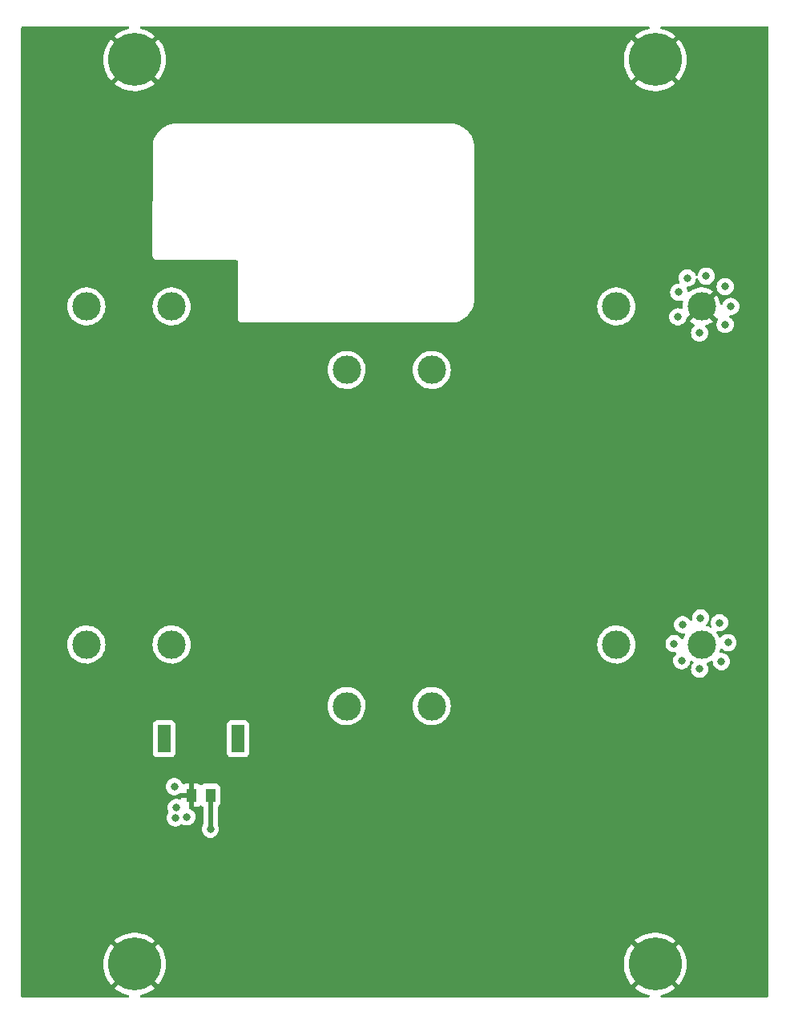
<source format=gbl>
G04 #@! TF.GenerationSoftware,KiCad,Pcbnew,(6.0.5-0)*
G04 #@! TF.CreationDate,2023-03-07T01:16:04-05:00*
G04 #@! TF.ProjectId,solar-cell-pcbs-usb,736f6c61-722d-4636-956c-6c2d70636273,3*
G04 #@! TF.SameCoordinates,Original*
G04 #@! TF.FileFunction,Copper,L2,Bot*
G04 #@! TF.FilePolarity,Positive*
%FSLAX46Y46*%
G04 Gerber Fmt 4.6, Leading zero omitted, Abs format (unit mm)*
G04 Created by KiCad (PCBNEW (6.0.5-0)) date 2023-03-07 01:16:04*
%MOMM*%
%LPD*%
G01*
G04 APERTURE LIST*
G04 #@! TA.AperFunction,ComponentPad*
%ADD10C,5.600000*%
G04 #@! TD*
G04 #@! TA.AperFunction,ComponentPad*
%ADD11C,3.000000*%
G04 #@! TD*
G04 #@! TA.AperFunction,SMDPad,CuDef*
%ADD12R,1.100000X1.450000*%
G04 #@! TD*
G04 #@! TA.AperFunction,SMDPad,CuDef*
%ADD13R,1.350000X2.899999*%
G04 #@! TD*
G04 #@! TA.AperFunction,ViaPad*
%ADD14C,0.800000*%
G04 #@! TD*
G04 #@! TA.AperFunction,Conductor*
%ADD15C,0.500000*%
G04 #@! TD*
G04 APERTURE END LIST*
D10*
X84600000Y-42750000D03*
D11*
X79500000Y-104500000D03*
X88500000Y-104500000D03*
X135500000Y-104500000D03*
X144500000Y-104500000D03*
D10*
X139600000Y-138250000D03*
D11*
X107000000Y-75500000D03*
X116000000Y-75500000D03*
X107000000Y-111000000D03*
X116000000Y-111000000D03*
D10*
X84600000Y-138250000D03*
D11*
X79500000Y-68800000D03*
X88500000Y-68800000D03*
D10*
X139600000Y-42750000D03*
D11*
X135500000Y-68800000D03*
X144500000Y-68800000D03*
D12*
X90605000Y-120420000D03*
X92605001Y-120420000D03*
D13*
X87710002Y-114445001D03*
X95499997Y-114445001D03*
D14*
X147000000Y-66700000D03*
X144300000Y-71600000D03*
X147000000Y-70700000D03*
X141600000Y-104400000D03*
X142400000Y-106200000D03*
X88800000Y-119500000D03*
X142000000Y-69900000D03*
X142500000Y-102400000D03*
X147600000Y-68800000D03*
X145000000Y-65600000D03*
X143000000Y-65800000D03*
X144300000Y-107100000D03*
X147300000Y-104300000D03*
X146600000Y-106300000D03*
X89000000Y-121700000D03*
X90100000Y-122700000D03*
X88900000Y-122800000D03*
X144400000Y-101700000D03*
X146400000Y-102200000D03*
X142100000Y-67300000D03*
X92600000Y-124000000D03*
D15*
X92605001Y-123994999D02*
X92605001Y-120420000D01*
G04 #@! TA.AperFunction,Conductor*
G36*
X83983879Y-39278502D02*
G01*
X84030372Y-39332158D01*
X84040476Y-39402432D01*
X84010982Y-39467012D01*
X83951256Y-39505396D01*
X83942600Y-39507608D01*
X83723586Y-39555361D01*
X83717011Y-39557172D01*
X83383683Y-39668702D01*
X83377361Y-39671205D01*
X83058034Y-39818079D01*
X83051991Y-39821265D01*
X82750401Y-40001763D01*
X82744755Y-40005571D01*
X82464408Y-40217596D01*
X82459211Y-40221987D01*
X82457972Y-40223155D01*
X82449950Y-40236862D01*
X82449986Y-40237704D01*
X82455037Y-40245826D01*
X84587190Y-42377980D01*
X84601131Y-42385592D01*
X84602966Y-42385461D01*
X84609580Y-42381210D01*
X86742798Y-40247991D01*
X86750412Y-40234047D01*
X86750344Y-40233089D01*
X86745836Y-40226272D01*
X86744418Y-40225065D01*
X86464813Y-40012064D01*
X86459187Y-40008240D01*
X86158214Y-39826681D01*
X86152202Y-39823484D01*
X85833370Y-39675487D01*
X85827070Y-39672967D01*
X85494129Y-39560273D01*
X85487551Y-39558437D01*
X85257846Y-39507513D01*
X85195669Y-39473241D01*
X85161891Y-39410795D01*
X85167237Y-39340000D01*
X85210009Y-39283333D01*
X85276627Y-39258786D01*
X85285117Y-39258500D01*
X138915758Y-39258500D01*
X138983879Y-39278502D01*
X139030372Y-39332158D01*
X139040476Y-39402432D01*
X139010982Y-39467012D01*
X138951256Y-39505396D01*
X138942600Y-39507608D01*
X138723586Y-39555361D01*
X138717011Y-39557172D01*
X138383683Y-39668702D01*
X138377361Y-39671205D01*
X138058034Y-39818079D01*
X138051991Y-39821265D01*
X137750401Y-40001763D01*
X137744755Y-40005571D01*
X137464408Y-40217596D01*
X137459211Y-40221987D01*
X137457972Y-40223155D01*
X137449950Y-40236862D01*
X137449986Y-40237704D01*
X137455037Y-40245826D01*
X139587190Y-42377980D01*
X139601131Y-42385592D01*
X139602966Y-42385461D01*
X139609580Y-42381210D01*
X141742798Y-40247991D01*
X141750412Y-40234047D01*
X141750344Y-40233089D01*
X141745836Y-40226272D01*
X141744418Y-40225065D01*
X141464813Y-40012064D01*
X141459187Y-40008240D01*
X141158214Y-39826681D01*
X141152202Y-39823484D01*
X140833370Y-39675487D01*
X140827070Y-39672967D01*
X140494129Y-39560273D01*
X140487551Y-39558437D01*
X140257846Y-39507513D01*
X140195669Y-39473241D01*
X140161891Y-39410795D01*
X140167237Y-39340000D01*
X140210009Y-39283333D01*
X140276627Y-39258786D01*
X140285117Y-39258500D01*
X151465500Y-39258500D01*
X151533621Y-39278502D01*
X151580114Y-39332158D01*
X151591500Y-39384500D01*
X151591500Y-141615500D01*
X151571498Y-141683621D01*
X151517842Y-141730114D01*
X151465500Y-141741500D01*
X140283537Y-141741500D01*
X140215416Y-141721498D01*
X140168923Y-141667842D01*
X140158819Y-141597568D01*
X140188313Y-141532988D01*
X140248039Y-141494604D01*
X140257125Y-141492299D01*
X140465274Y-141447676D01*
X140471822Y-141445897D01*
X140805549Y-141335527D01*
X140811891Y-141333041D01*
X141131718Y-141187288D01*
X141137777Y-141184121D01*
X141439995Y-141004676D01*
X141445659Y-141000884D01*
X141726732Y-140789849D01*
X141731958Y-140785464D01*
X141741613Y-140776428D01*
X141749682Y-140762750D01*
X141749654Y-140762024D01*
X141744512Y-140753723D01*
X139612810Y-138622020D01*
X139598869Y-138614408D01*
X139597034Y-138614539D01*
X139590420Y-138618790D01*
X137456774Y-140752437D01*
X137449160Y-140766381D01*
X137449237Y-140767470D01*
X137451698Y-140771206D01*
X137725632Y-140981404D01*
X137731262Y-140985259D01*
X138031591Y-141167862D01*
X138037593Y-141171080D01*
X138355897Y-141320184D01*
X138362202Y-141322732D01*
X138694743Y-141436587D01*
X138701309Y-141438444D01*
X138941542Y-141492583D01*
X139003598Y-141527071D01*
X139037158Y-141589636D01*
X139031565Y-141660412D01*
X138988596Y-141716928D01*
X138921892Y-141741242D01*
X138913841Y-141741500D01*
X85283537Y-141741500D01*
X85215416Y-141721498D01*
X85168923Y-141667842D01*
X85158819Y-141597568D01*
X85188313Y-141532988D01*
X85248039Y-141494604D01*
X85257125Y-141492299D01*
X85465274Y-141447676D01*
X85471822Y-141445897D01*
X85805549Y-141335527D01*
X85811891Y-141333041D01*
X86131718Y-141187288D01*
X86137777Y-141184121D01*
X86439995Y-141004676D01*
X86445659Y-141000884D01*
X86726732Y-140789849D01*
X86731958Y-140785464D01*
X86741613Y-140776428D01*
X86749682Y-140762750D01*
X86749654Y-140762024D01*
X86744512Y-140753723D01*
X84612810Y-138622020D01*
X84598869Y-138614408D01*
X84597034Y-138614539D01*
X84590420Y-138618790D01*
X82456774Y-140752437D01*
X82449160Y-140766381D01*
X82449237Y-140767470D01*
X82451698Y-140771206D01*
X82725632Y-140981404D01*
X82731262Y-140985259D01*
X83031591Y-141167862D01*
X83037593Y-141171080D01*
X83355897Y-141320184D01*
X83362202Y-141322732D01*
X83694743Y-141436587D01*
X83701309Y-141438444D01*
X83941542Y-141492583D01*
X84003598Y-141527071D01*
X84037158Y-141589636D01*
X84031565Y-141660412D01*
X83988596Y-141716928D01*
X83921892Y-141741242D01*
X83913841Y-141741500D01*
X72734500Y-141741500D01*
X72666379Y-141721498D01*
X72619886Y-141667842D01*
X72608500Y-141615500D01*
X72608500Y-138241832D01*
X81287333Y-138241832D01*
X81305117Y-138592893D01*
X81305827Y-138599649D01*
X81361420Y-138946723D01*
X81362859Y-138953378D01*
X81455608Y-139292410D01*
X81457757Y-139298871D01*
X81586581Y-139625912D01*
X81589412Y-139632095D01*
X81752803Y-139943310D01*
X81756286Y-139949152D01*
X81952330Y-140240896D01*
X81956433Y-140246340D01*
X82076425Y-140388836D01*
X82089164Y-140397279D01*
X82099608Y-140391181D01*
X84227980Y-138262810D01*
X84234357Y-138251131D01*
X84964408Y-138251131D01*
X84964539Y-138252966D01*
X84968790Y-138259580D01*
X87099009Y-140389798D01*
X87112605Y-140397223D01*
X87122218Y-140390522D01*
X87222518Y-140273912D01*
X87226676Y-140268514D01*
X87425762Y-139978840D01*
X87429310Y-139973029D01*
X87595942Y-139663559D01*
X87598849Y-139657381D01*
X87731090Y-139331713D01*
X87733304Y-139325283D01*
X87829598Y-138987237D01*
X87831105Y-138980607D01*
X87890332Y-138634118D01*
X87891112Y-138627378D01*
X87912668Y-138274925D01*
X87912784Y-138271323D01*
X87912853Y-138251819D01*
X87912761Y-138248194D01*
X87912416Y-138241832D01*
X136287333Y-138241832D01*
X136305117Y-138592893D01*
X136305827Y-138599649D01*
X136361420Y-138946723D01*
X136362859Y-138953378D01*
X136455608Y-139292410D01*
X136457757Y-139298871D01*
X136586581Y-139625912D01*
X136589412Y-139632095D01*
X136752803Y-139943310D01*
X136756286Y-139949152D01*
X136952330Y-140240896D01*
X136956433Y-140246340D01*
X137076425Y-140388836D01*
X137089164Y-140397279D01*
X137099608Y-140391181D01*
X139227980Y-138262810D01*
X139234357Y-138251131D01*
X139964408Y-138251131D01*
X139964539Y-138252966D01*
X139968790Y-138259580D01*
X142099009Y-140389798D01*
X142112605Y-140397223D01*
X142122218Y-140390522D01*
X142222518Y-140273912D01*
X142226676Y-140268514D01*
X142425762Y-139978840D01*
X142429310Y-139973029D01*
X142595942Y-139663559D01*
X142598849Y-139657381D01*
X142731090Y-139331713D01*
X142733304Y-139325283D01*
X142829598Y-138987237D01*
X142831105Y-138980607D01*
X142890332Y-138634118D01*
X142891112Y-138627378D01*
X142912668Y-138274925D01*
X142912784Y-138271323D01*
X142912853Y-138251819D01*
X142912761Y-138248194D01*
X142893666Y-137895615D01*
X142892931Y-137888849D01*
X142836130Y-137541985D01*
X142834663Y-137535313D01*
X142740736Y-137196627D01*
X142738562Y-137190163D01*
X142608598Y-136863578D01*
X142605742Y-136857398D01*
X142441269Y-136546763D01*
X142437769Y-136540937D01*
X142240697Y-136249862D01*
X142236590Y-136244453D01*
X142123565Y-136111179D01*
X142110740Y-136102743D01*
X142100416Y-136108795D01*
X139972020Y-138237190D01*
X139964408Y-138251131D01*
X139234357Y-138251131D01*
X139235592Y-138248869D01*
X139235461Y-138247034D01*
X139231210Y-138240420D01*
X137100992Y-136110203D01*
X137087455Y-136102811D01*
X137077753Y-136109599D01*
X136970430Y-136235257D01*
X136966296Y-136240664D01*
X136768215Y-136531041D01*
X136764697Y-136536851D01*
X136599134Y-136846922D01*
X136596259Y-136853087D01*
X136465155Y-137179218D01*
X136462962Y-137185658D01*
X136367846Y-137524044D01*
X136366363Y-137530679D01*
X136308350Y-137877354D01*
X136307591Y-137884126D01*
X136287357Y-138235037D01*
X136287333Y-138241832D01*
X87912416Y-138241832D01*
X87893666Y-137895615D01*
X87892931Y-137888849D01*
X87836130Y-137541985D01*
X87834663Y-137535313D01*
X87740736Y-137196627D01*
X87738562Y-137190163D01*
X87608598Y-136863578D01*
X87605742Y-136857398D01*
X87441269Y-136546763D01*
X87437769Y-136540937D01*
X87240697Y-136249862D01*
X87236590Y-136244453D01*
X87123565Y-136111179D01*
X87110740Y-136102743D01*
X87100416Y-136108795D01*
X84972020Y-138237190D01*
X84964408Y-138251131D01*
X84234357Y-138251131D01*
X84235592Y-138248869D01*
X84235461Y-138247034D01*
X84231210Y-138240420D01*
X82100992Y-136110203D01*
X82087455Y-136102811D01*
X82077753Y-136109599D01*
X81970430Y-136235257D01*
X81966296Y-136240664D01*
X81768215Y-136531041D01*
X81764697Y-136536851D01*
X81599134Y-136846922D01*
X81596259Y-136853087D01*
X81465155Y-137179218D01*
X81462962Y-137185658D01*
X81367846Y-137524044D01*
X81366363Y-137530679D01*
X81308350Y-137877354D01*
X81307591Y-137884126D01*
X81287357Y-138235037D01*
X81287333Y-138241832D01*
X72608500Y-138241832D01*
X72608500Y-135736862D01*
X82449950Y-135736862D01*
X82449986Y-135737704D01*
X82455037Y-135745826D01*
X84587190Y-137877980D01*
X84601131Y-137885592D01*
X84602966Y-137885461D01*
X84609580Y-137881210D01*
X86742798Y-135747991D01*
X86748875Y-135736862D01*
X137449950Y-135736862D01*
X137449986Y-135737704D01*
X137455037Y-135745826D01*
X139587190Y-137877980D01*
X139601131Y-137885592D01*
X139602966Y-137885461D01*
X139609580Y-137881210D01*
X141742798Y-135747991D01*
X141750412Y-135734047D01*
X141750344Y-135733089D01*
X141745836Y-135726272D01*
X141744418Y-135725065D01*
X141464813Y-135512064D01*
X141459187Y-135508240D01*
X141158214Y-135326681D01*
X141152202Y-135323484D01*
X140833370Y-135175487D01*
X140827070Y-135172967D01*
X140494129Y-135060273D01*
X140487551Y-135058437D01*
X140144417Y-134982367D01*
X140137678Y-134981251D01*
X139788310Y-134942680D01*
X139781529Y-134942301D01*
X139430015Y-134941687D01*
X139423242Y-134942042D01*
X139073720Y-134979395D01*
X139067010Y-134980482D01*
X138723586Y-135055361D01*
X138717011Y-135057172D01*
X138383683Y-135168702D01*
X138377361Y-135171205D01*
X138058034Y-135318079D01*
X138051991Y-135321265D01*
X137750401Y-135501763D01*
X137744755Y-135505571D01*
X137464408Y-135717596D01*
X137459211Y-135721987D01*
X137457972Y-135723155D01*
X137449950Y-135736862D01*
X86748875Y-135736862D01*
X86750412Y-135734047D01*
X86750344Y-135733089D01*
X86745836Y-135726272D01*
X86744418Y-135725065D01*
X86464813Y-135512064D01*
X86459187Y-135508240D01*
X86158214Y-135326681D01*
X86152202Y-135323484D01*
X85833370Y-135175487D01*
X85827070Y-135172967D01*
X85494129Y-135060273D01*
X85487551Y-135058437D01*
X85144417Y-134982367D01*
X85137678Y-134981251D01*
X84788310Y-134942680D01*
X84781529Y-134942301D01*
X84430015Y-134941687D01*
X84423242Y-134942042D01*
X84073720Y-134979395D01*
X84067010Y-134980482D01*
X83723586Y-135055361D01*
X83717011Y-135057172D01*
X83383683Y-135168702D01*
X83377361Y-135171205D01*
X83058034Y-135318079D01*
X83051991Y-135321265D01*
X82750401Y-135501763D01*
X82744755Y-135505571D01*
X82464408Y-135717596D01*
X82459211Y-135721987D01*
X82457972Y-135723155D01*
X82449950Y-135736862D01*
X72608500Y-135736862D01*
X72608500Y-122800000D01*
X87986496Y-122800000D01*
X87987186Y-122806565D01*
X87996608Y-122896206D01*
X88006458Y-122989928D01*
X88065473Y-123171556D01*
X88160960Y-123336944D01*
X88165378Y-123341851D01*
X88165379Y-123341852D01*
X88282261Y-123471663D01*
X88288747Y-123478866D01*
X88443248Y-123591118D01*
X88449276Y-123593802D01*
X88449278Y-123593803D01*
X88541200Y-123634729D01*
X88617712Y-123668794D01*
X88711112Y-123688647D01*
X88798056Y-123707128D01*
X88798061Y-123707128D01*
X88804513Y-123708500D01*
X88995487Y-123708500D01*
X89001939Y-123707128D01*
X89001944Y-123707128D01*
X89088888Y-123688647D01*
X89182288Y-123668794D01*
X89258800Y-123634729D01*
X89350722Y-123593803D01*
X89350724Y-123593802D01*
X89356752Y-123591118D01*
X89494759Y-123490850D01*
X89561625Y-123466992D01*
X89630777Y-123483072D01*
X89632170Y-123483968D01*
X89632189Y-123483936D01*
X89637907Y-123487237D01*
X89643248Y-123491118D01*
X89649276Y-123493802D01*
X89649278Y-123493803D01*
X89741052Y-123534663D01*
X89817712Y-123568794D01*
X89904479Y-123587237D01*
X89998056Y-123607128D01*
X89998061Y-123607128D01*
X90004513Y-123608500D01*
X90195487Y-123608500D01*
X90201939Y-123607128D01*
X90201944Y-123607128D01*
X90295521Y-123587237D01*
X90382288Y-123568794D01*
X90458948Y-123534663D01*
X90550722Y-123493803D01*
X90550724Y-123493802D01*
X90556752Y-123491118D01*
X90567827Y-123483072D01*
X90643216Y-123428298D01*
X90711253Y-123378866D01*
X90839040Y-123236944D01*
X90934527Y-123071556D01*
X90993542Y-122889928D01*
X91013504Y-122700000D01*
X91004052Y-122610072D01*
X90994232Y-122516635D01*
X90994232Y-122516633D01*
X90993542Y-122510072D01*
X90934527Y-122328444D01*
X90839040Y-122163056D01*
X90761804Y-122077276D01*
X90715675Y-122026045D01*
X90715674Y-122026044D01*
X90711253Y-122021134D01*
X90556752Y-121908882D01*
X90550724Y-121906198D01*
X90550722Y-121906197D01*
X90398709Y-121838517D01*
X90344613Y-121792537D01*
X90323964Y-121724610D01*
X90343316Y-121656302D01*
X90349004Y-121648629D01*
X90351000Y-121639452D01*
X90351000Y-121634884D01*
X90859000Y-121634884D01*
X90863475Y-121650123D01*
X90864865Y-121651328D01*
X90872548Y-121652999D01*
X91199669Y-121652999D01*
X91206490Y-121652629D01*
X91257352Y-121647105D01*
X91272604Y-121643479D01*
X91393054Y-121598324D01*
X91408649Y-121589786D01*
X91510726Y-121513284D01*
X91515553Y-121508457D01*
X91577866Y-121474434D01*
X91648682Y-121479502D01*
X91690171Y-121506168D01*
X91691740Y-121508261D01*
X91796066Y-121586449D01*
X91838581Y-121643308D01*
X91846501Y-121687275D01*
X91846501Y-123454339D01*
X91829620Y-123517338D01*
X91765473Y-123628444D01*
X91706458Y-123810072D01*
X91686496Y-124000000D01*
X91706458Y-124189928D01*
X91765473Y-124371556D01*
X91860960Y-124536944D01*
X91988747Y-124678866D01*
X92143248Y-124791118D01*
X92149276Y-124793802D01*
X92149278Y-124793803D01*
X92311681Y-124866109D01*
X92317712Y-124868794D01*
X92411113Y-124888647D01*
X92498056Y-124907128D01*
X92498061Y-124907128D01*
X92504513Y-124908500D01*
X92695487Y-124908500D01*
X92701939Y-124907128D01*
X92701944Y-124907128D01*
X92788887Y-124888647D01*
X92882288Y-124868794D01*
X92888319Y-124866109D01*
X93050722Y-124793803D01*
X93050724Y-124793802D01*
X93056752Y-124791118D01*
X93211253Y-124678866D01*
X93339040Y-124536944D01*
X93434527Y-124371556D01*
X93493542Y-124189928D01*
X93513504Y-124000000D01*
X93493542Y-123810072D01*
X93434527Y-123628444D01*
X93380382Y-123534662D01*
X93363501Y-123471663D01*
X93363501Y-121687275D01*
X93383503Y-121619154D01*
X93413936Y-121586449D01*
X93518262Y-121508261D01*
X93605616Y-121391705D01*
X93656746Y-121255316D01*
X93663501Y-121193134D01*
X93663501Y-119646866D01*
X93656746Y-119584684D01*
X93605616Y-119448295D01*
X93518262Y-119331739D01*
X93401706Y-119244385D01*
X93265317Y-119193255D01*
X93203135Y-119186500D01*
X92006867Y-119186500D01*
X91944685Y-119193255D01*
X91808296Y-119244385D01*
X91691740Y-119331739D01*
X91690609Y-119333249D01*
X91631433Y-119365564D01*
X91560617Y-119360503D01*
X91515549Y-119331540D01*
X91510724Y-119326715D01*
X91408649Y-119250214D01*
X91393054Y-119241676D01*
X91272606Y-119196522D01*
X91257351Y-119192895D01*
X91206486Y-119187369D01*
X91199672Y-119187000D01*
X90877115Y-119187000D01*
X90861876Y-119191475D01*
X90860671Y-119192865D01*
X90859000Y-119200548D01*
X90859000Y-121634884D01*
X90351000Y-121634884D01*
X90351000Y-120692115D01*
X90346525Y-120676876D01*
X90345135Y-120675671D01*
X90337452Y-120674000D01*
X89565116Y-120674000D01*
X89549877Y-120678475D01*
X89548672Y-120679865D01*
X89547001Y-120687548D01*
X89547001Y-120755040D01*
X89526999Y-120823161D01*
X89473343Y-120869654D01*
X89403069Y-120879758D01*
X89369753Y-120870147D01*
X89288323Y-120833892D01*
X89288315Y-120833889D01*
X89282288Y-120831206D01*
X89188887Y-120811353D01*
X89101944Y-120792872D01*
X89101939Y-120792872D01*
X89095487Y-120791500D01*
X88904513Y-120791500D01*
X88898061Y-120792872D01*
X88898056Y-120792872D01*
X88811113Y-120811353D01*
X88717712Y-120831206D01*
X88711682Y-120833891D01*
X88711681Y-120833891D01*
X88549278Y-120906197D01*
X88549276Y-120906198D01*
X88543248Y-120908882D01*
X88388747Y-121021134D01*
X88260960Y-121163056D01*
X88165473Y-121328444D01*
X88106458Y-121510072D01*
X88105768Y-121516633D01*
X88105768Y-121516635D01*
X88092055Y-121647105D01*
X88086496Y-121700000D01*
X88087186Y-121706565D01*
X88101055Y-121838517D01*
X88106458Y-121889928D01*
X88165473Y-122071556D01*
X88185305Y-122105906D01*
X88202042Y-122174901D01*
X88178821Y-122241993D01*
X88169830Y-122253205D01*
X88160960Y-122263056D01*
X88065473Y-122428444D01*
X88006458Y-122610072D01*
X87986496Y-122800000D01*
X72608500Y-122800000D01*
X72608500Y-119500000D01*
X87886496Y-119500000D01*
X87887186Y-119506565D01*
X87895397Y-119584684D01*
X87906458Y-119689928D01*
X87965473Y-119871556D01*
X88060960Y-120036944D01*
X88065378Y-120041851D01*
X88065379Y-120041852D01*
X88171963Y-120160226D01*
X88188747Y-120178866D01*
X88343248Y-120291118D01*
X88349276Y-120293802D01*
X88349278Y-120293803D01*
X88511681Y-120366109D01*
X88517712Y-120368794D01*
X88611113Y-120388647D01*
X88698056Y-120407128D01*
X88698061Y-120407128D01*
X88704513Y-120408500D01*
X88895487Y-120408500D01*
X88901939Y-120407128D01*
X88901944Y-120407128D01*
X88988887Y-120388647D01*
X89082288Y-120368794D01*
X89088319Y-120366109D01*
X89250722Y-120293803D01*
X89250724Y-120293802D01*
X89256752Y-120291118D01*
X89411253Y-120178866D01*
X89412012Y-120179911D01*
X89469700Y-120152227D01*
X89521193Y-120158632D01*
X89521441Y-120157493D01*
X89534006Y-120160226D01*
X89540154Y-120160991D01*
X89541545Y-120161866D01*
X89560548Y-120166000D01*
X90332885Y-120166000D01*
X90348124Y-120161525D01*
X90349329Y-120160135D01*
X90351000Y-120152452D01*
X90351000Y-119205116D01*
X90346525Y-119189877D01*
X90345135Y-119188672D01*
X90337452Y-119187001D01*
X90010331Y-119187001D01*
X90003510Y-119187371D01*
X89952648Y-119192895D01*
X89937396Y-119196521D01*
X89810485Y-119244098D01*
X89739677Y-119249281D01*
X89677308Y-119215360D01*
X89646422Y-119165053D01*
X89636568Y-119134726D01*
X89634527Y-119128444D01*
X89539040Y-118963056D01*
X89411253Y-118821134D01*
X89256752Y-118708882D01*
X89250724Y-118706198D01*
X89250722Y-118706197D01*
X89088319Y-118633891D01*
X89088318Y-118633891D01*
X89082288Y-118631206D01*
X88988887Y-118611353D01*
X88901944Y-118592872D01*
X88901939Y-118592872D01*
X88895487Y-118591500D01*
X88704513Y-118591500D01*
X88698061Y-118592872D01*
X88698056Y-118592872D01*
X88611113Y-118611353D01*
X88517712Y-118631206D01*
X88511682Y-118633891D01*
X88511681Y-118633891D01*
X88349278Y-118706197D01*
X88349276Y-118706198D01*
X88343248Y-118708882D01*
X88188747Y-118821134D01*
X88060960Y-118963056D01*
X87965473Y-119128444D01*
X87906458Y-119310072D01*
X87905768Y-119316633D01*
X87905768Y-119316635D01*
X87892686Y-119441109D01*
X87886496Y-119500000D01*
X72608500Y-119500000D01*
X72608500Y-115943134D01*
X86526502Y-115943134D01*
X86533257Y-116005316D01*
X86584387Y-116141705D01*
X86671741Y-116258261D01*
X86788297Y-116345615D01*
X86924686Y-116396745D01*
X86986868Y-116403500D01*
X88433136Y-116403500D01*
X88495318Y-116396745D01*
X88631707Y-116345615D01*
X88748263Y-116258261D01*
X88835617Y-116141705D01*
X88886747Y-116005316D01*
X88893502Y-115943134D01*
X94316497Y-115943134D01*
X94323252Y-116005316D01*
X94374382Y-116141705D01*
X94461736Y-116258261D01*
X94578292Y-116345615D01*
X94714681Y-116396745D01*
X94776863Y-116403500D01*
X96223131Y-116403500D01*
X96285313Y-116396745D01*
X96421702Y-116345615D01*
X96538258Y-116258261D01*
X96625612Y-116141705D01*
X96676742Y-116005316D01*
X96683497Y-115943134D01*
X96683497Y-112946868D01*
X96676742Y-112884686D01*
X96625612Y-112748297D01*
X96538258Y-112631741D01*
X96421702Y-112544387D01*
X96285313Y-112493257D01*
X96223131Y-112486502D01*
X94776863Y-112486502D01*
X94714681Y-112493257D01*
X94578292Y-112544387D01*
X94461736Y-112631741D01*
X94374382Y-112748297D01*
X94323252Y-112884686D01*
X94316497Y-112946868D01*
X94316497Y-115943134D01*
X88893502Y-115943134D01*
X88893502Y-112946868D01*
X88886747Y-112884686D01*
X88835617Y-112748297D01*
X88748263Y-112631741D01*
X88631707Y-112544387D01*
X88495318Y-112493257D01*
X88433136Y-112486502D01*
X86986868Y-112486502D01*
X86924686Y-112493257D01*
X86788297Y-112544387D01*
X86671741Y-112631741D01*
X86584387Y-112748297D01*
X86533257Y-112884686D01*
X86526502Y-112946868D01*
X86526502Y-115943134D01*
X72608500Y-115943134D01*
X72608500Y-110978918D01*
X104986917Y-110978918D01*
X105002682Y-111252320D01*
X105003507Y-111256525D01*
X105003508Y-111256533D01*
X105014127Y-111310657D01*
X105055405Y-111521053D01*
X105056792Y-111525103D01*
X105056793Y-111525108D01*
X105077605Y-111585895D01*
X105144112Y-111780144D01*
X105267160Y-112024799D01*
X105269586Y-112028328D01*
X105269589Y-112028334D01*
X105419843Y-112246953D01*
X105422274Y-112250490D01*
X105606582Y-112453043D01*
X105816675Y-112628707D01*
X105820316Y-112630991D01*
X106045024Y-112771951D01*
X106045028Y-112771953D01*
X106048664Y-112774234D01*
X106116544Y-112804883D01*
X106294345Y-112885164D01*
X106294349Y-112885166D01*
X106298257Y-112886930D01*
X106302377Y-112888150D01*
X106302376Y-112888150D01*
X106556723Y-112963491D01*
X106556727Y-112963492D01*
X106560836Y-112964709D01*
X106565070Y-112965357D01*
X106565075Y-112965358D01*
X106827298Y-113005483D01*
X106827300Y-113005483D01*
X106831540Y-113006132D01*
X106970912Y-113008322D01*
X107101071Y-113010367D01*
X107101077Y-113010367D01*
X107105362Y-113010434D01*
X107377235Y-112977534D01*
X107642127Y-112908041D01*
X107646087Y-112906401D01*
X107646092Y-112906399D01*
X107768631Y-112855641D01*
X107895136Y-112803241D01*
X108131582Y-112665073D01*
X108347089Y-112496094D01*
X108356385Y-112486502D01*
X108534686Y-112302509D01*
X108537669Y-112299431D01*
X108540202Y-112295983D01*
X108540206Y-112295978D01*
X108697257Y-112082178D01*
X108699795Y-112078723D01*
X108727154Y-112028334D01*
X108828418Y-111841830D01*
X108828419Y-111841828D01*
X108830468Y-111838054D01*
X108927269Y-111581877D01*
X108988407Y-111314933D01*
X109012751Y-111042161D01*
X109013193Y-111000000D01*
X109011756Y-110978918D01*
X113986917Y-110978918D01*
X114002682Y-111252320D01*
X114003507Y-111256525D01*
X114003508Y-111256533D01*
X114014127Y-111310657D01*
X114055405Y-111521053D01*
X114056792Y-111525103D01*
X114056793Y-111525108D01*
X114077605Y-111585895D01*
X114144112Y-111780144D01*
X114267160Y-112024799D01*
X114269586Y-112028328D01*
X114269589Y-112028334D01*
X114419843Y-112246953D01*
X114422274Y-112250490D01*
X114606582Y-112453043D01*
X114816675Y-112628707D01*
X114820316Y-112630991D01*
X115045024Y-112771951D01*
X115045028Y-112771953D01*
X115048664Y-112774234D01*
X115116544Y-112804883D01*
X115294345Y-112885164D01*
X115294349Y-112885166D01*
X115298257Y-112886930D01*
X115302377Y-112888150D01*
X115302376Y-112888150D01*
X115556723Y-112963491D01*
X115556727Y-112963492D01*
X115560836Y-112964709D01*
X115565070Y-112965357D01*
X115565075Y-112965358D01*
X115827298Y-113005483D01*
X115827300Y-113005483D01*
X115831540Y-113006132D01*
X115970912Y-113008322D01*
X116101071Y-113010367D01*
X116101077Y-113010367D01*
X116105362Y-113010434D01*
X116377235Y-112977534D01*
X116642127Y-112908041D01*
X116646087Y-112906401D01*
X116646092Y-112906399D01*
X116768631Y-112855641D01*
X116895136Y-112803241D01*
X117131582Y-112665073D01*
X117347089Y-112496094D01*
X117356385Y-112486502D01*
X117534686Y-112302509D01*
X117537669Y-112299431D01*
X117540202Y-112295983D01*
X117540206Y-112295978D01*
X117697257Y-112082178D01*
X117699795Y-112078723D01*
X117727154Y-112028334D01*
X117828418Y-111841830D01*
X117828419Y-111841828D01*
X117830468Y-111838054D01*
X117927269Y-111581877D01*
X117988407Y-111314933D01*
X118012751Y-111042161D01*
X118013193Y-111000000D01*
X117994567Y-110726778D01*
X117939032Y-110458612D01*
X117847617Y-110200465D01*
X117722013Y-109957112D01*
X117712040Y-109942921D01*
X117567008Y-109736562D01*
X117564545Y-109733057D01*
X117378125Y-109532445D01*
X117374810Y-109529731D01*
X117374806Y-109529728D01*
X117169523Y-109361706D01*
X117166205Y-109358990D01*
X116932704Y-109215901D01*
X116928768Y-109214173D01*
X116685873Y-109107549D01*
X116685869Y-109107548D01*
X116681945Y-109105825D01*
X116418566Y-109030800D01*
X116414324Y-109030196D01*
X116414318Y-109030195D01*
X116213834Y-109001662D01*
X116147443Y-108992213D01*
X116003589Y-108991460D01*
X115877877Y-108990802D01*
X115877871Y-108990802D01*
X115873591Y-108990780D01*
X115869347Y-108991339D01*
X115869343Y-108991339D01*
X115750302Y-109007011D01*
X115602078Y-109026525D01*
X115597938Y-109027658D01*
X115597936Y-109027658D01*
X115525008Y-109047609D01*
X115337928Y-109098788D01*
X115333980Y-109100472D01*
X115089982Y-109204546D01*
X115089978Y-109204548D01*
X115086030Y-109206232D01*
X115066125Y-109218145D01*
X114854725Y-109344664D01*
X114854721Y-109344667D01*
X114851043Y-109346868D01*
X114637318Y-109518094D01*
X114448808Y-109716742D01*
X114289002Y-109939136D01*
X114160857Y-110181161D01*
X114159385Y-110185184D01*
X114159383Y-110185188D01*
X114152314Y-110204506D01*
X114066743Y-110438337D01*
X114008404Y-110705907D01*
X113986917Y-110978918D01*
X109011756Y-110978918D01*
X108994567Y-110726778D01*
X108939032Y-110458612D01*
X108847617Y-110200465D01*
X108722013Y-109957112D01*
X108712040Y-109942921D01*
X108567008Y-109736562D01*
X108564545Y-109733057D01*
X108378125Y-109532445D01*
X108374810Y-109529731D01*
X108374806Y-109529728D01*
X108169523Y-109361706D01*
X108166205Y-109358990D01*
X107932704Y-109215901D01*
X107928768Y-109214173D01*
X107685873Y-109107549D01*
X107685869Y-109107548D01*
X107681945Y-109105825D01*
X107418566Y-109030800D01*
X107414324Y-109030196D01*
X107414318Y-109030195D01*
X107213834Y-109001662D01*
X107147443Y-108992213D01*
X107003589Y-108991460D01*
X106877877Y-108990802D01*
X106877871Y-108990802D01*
X106873591Y-108990780D01*
X106869347Y-108991339D01*
X106869343Y-108991339D01*
X106750302Y-109007011D01*
X106602078Y-109026525D01*
X106597938Y-109027658D01*
X106597936Y-109027658D01*
X106525008Y-109047609D01*
X106337928Y-109098788D01*
X106333980Y-109100472D01*
X106089982Y-109204546D01*
X106089978Y-109204548D01*
X106086030Y-109206232D01*
X106066125Y-109218145D01*
X105854725Y-109344664D01*
X105854721Y-109344667D01*
X105851043Y-109346868D01*
X105637318Y-109518094D01*
X105448808Y-109716742D01*
X105289002Y-109939136D01*
X105160857Y-110181161D01*
X105159385Y-110185184D01*
X105159383Y-110185188D01*
X105152314Y-110204506D01*
X105066743Y-110438337D01*
X105008404Y-110705907D01*
X104986917Y-110978918D01*
X72608500Y-110978918D01*
X72608500Y-104478918D01*
X77486917Y-104478918D01*
X77502682Y-104752320D01*
X77503507Y-104756525D01*
X77503508Y-104756533D01*
X77519284Y-104836944D01*
X77555405Y-105021053D01*
X77556792Y-105025103D01*
X77556793Y-105025108D01*
X77642723Y-105276088D01*
X77644112Y-105280144D01*
X77671217Y-105334036D01*
X77761107Y-105512763D01*
X77767160Y-105524799D01*
X77769586Y-105528328D01*
X77769589Y-105528334D01*
X77862182Y-105663056D01*
X77922274Y-105750490D01*
X78106582Y-105953043D01*
X78316675Y-106128707D01*
X78320316Y-106130991D01*
X78545024Y-106271951D01*
X78545028Y-106271953D01*
X78548664Y-106274234D01*
X78616544Y-106304883D01*
X78794345Y-106385164D01*
X78794349Y-106385166D01*
X78798257Y-106386930D01*
X78857893Y-106404595D01*
X79056723Y-106463491D01*
X79056727Y-106463492D01*
X79060836Y-106464709D01*
X79065070Y-106465357D01*
X79065075Y-106465358D01*
X79327298Y-106505483D01*
X79327300Y-106505483D01*
X79331540Y-106506132D01*
X79470912Y-106508322D01*
X79601071Y-106510367D01*
X79601077Y-106510367D01*
X79605362Y-106510434D01*
X79877235Y-106477534D01*
X80142127Y-106408041D01*
X80146087Y-106406401D01*
X80146092Y-106406399D01*
X80381517Y-106308882D01*
X80395136Y-106303241D01*
X80631582Y-106165073D01*
X80847089Y-105996094D01*
X80888809Y-105953043D01*
X81034686Y-105802509D01*
X81037669Y-105799431D01*
X81040202Y-105795983D01*
X81040206Y-105795978D01*
X81197257Y-105582178D01*
X81199795Y-105578723D01*
X81227154Y-105528334D01*
X81328418Y-105341830D01*
X81328419Y-105341828D01*
X81330468Y-105338054D01*
X81387457Y-105187237D01*
X81425751Y-105085895D01*
X81425752Y-105085891D01*
X81427269Y-105081877D01*
X81460463Y-104936944D01*
X81487449Y-104819117D01*
X81487450Y-104819113D01*
X81488407Y-104814933D01*
X81491768Y-104777279D01*
X81512531Y-104544627D01*
X81512531Y-104544625D01*
X81512751Y-104542161D01*
X81513193Y-104500000D01*
X81512934Y-104496206D01*
X81511755Y-104478918D01*
X86486917Y-104478918D01*
X86502682Y-104752320D01*
X86503507Y-104756525D01*
X86503508Y-104756533D01*
X86519284Y-104836944D01*
X86555405Y-105021053D01*
X86556792Y-105025103D01*
X86556793Y-105025108D01*
X86642723Y-105276088D01*
X86644112Y-105280144D01*
X86671217Y-105334036D01*
X86761107Y-105512763D01*
X86767160Y-105524799D01*
X86769586Y-105528328D01*
X86769589Y-105528334D01*
X86862182Y-105663056D01*
X86922274Y-105750490D01*
X87106582Y-105953043D01*
X87316675Y-106128707D01*
X87320316Y-106130991D01*
X87545024Y-106271951D01*
X87545028Y-106271953D01*
X87548664Y-106274234D01*
X87616544Y-106304883D01*
X87794345Y-106385164D01*
X87794349Y-106385166D01*
X87798257Y-106386930D01*
X87857893Y-106404595D01*
X88056723Y-106463491D01*
X88056727Y-106463492D01*
X88060836Y-106464709D01*
X88065070Y-106465357D01*
X88065075Y-106465358D01*
X88327298Y-106505483D01*
X88327300Y-106505483D01*
X88331540Y-106506132D01*
X88470912Y-106508322D01*
X88601071Y-106510367D01*
X88601077Y-106510367D01*
X88605362Y-106510434D01*
X88877235Y-106477534D01*
X89142127Y-106408041D01*
X89146087Y-106406401D01*
X89146092Y-106406399D01*
X89381517Y-106308882D01*
X89395136Y-106303241D01*
X89631582Y-106165073D01*
X89847089Y-105996094D01*
X89888809Y-105953043D01*
X90034686Y-105802509D01*
X90037669Y-105799431D01*
X90040202Y-105795983D01*
X90040206Y-105795978D01*
X90197257Y-105582178D01*
X90199795Y-105578723D01*
X90227154Y-105528334D01*
X90328418Y-105341830D01*
X90328419Y-105341828D01*
X90330468Y-105338054D01*
X90387457Y-105187237D01*
X90425751Y-105085895D01*
X90425752Y-105085891D01*
X90427269Y-105081877D01*
X90460463Y-104936944D01*
X90487449Y-104819117D01*
X90487450Y-104819113D01*
X90488407Y-104814933D01*
X90491768Y-104777279D01*
X90512531Y-104544627D01*
X90512531Y-104544625D01*
X90512751Y-104542161D01*
X90513193Y-104500000D01*
X90512934Y-104496206D01*
X90511755Y-104478918D01*
X133486917Y-104478918D01*
X133502682Y-104752320D01*
X133503507Y-104756525D01*
X133503508Y-104756533D01*
X133519284Y-104836944D01*
X133555405Y-105021053D01*
X133556792Y-105025103D01*
X133556793Y-105025108D01*
X133642723Y-105276088D01*
X133644112Y-105280144D01*
X133671217Y-105334036D01*
X133761107Y-105512763D01*
X133767160Y-105524799D01*
X133769586Y-105528328D01*
X133769589Y-105528334D01*
X133862182Y-105663056D01*
X133922274Y-105750490D01*
X134106582Y-105953043D01*
X134316675Y-106128707D01*
X134320316Y-106130991D01*
X134545024Y-106271951D01*
X134545028Y-106271953D01*
X134548664Y-106274234D01*
X134616544Y-106304883D01*
X134794345Y-106385164D01*
X134794349Y-106385166D01*
X134798257Y-106386930D01*
X134857893Y-106404595D01*
X135056723Y-106463491D01*
X135056727Y-106463492D01*
X135060836Y-106464709D01*
X135065070Y-106465357D01*
X135065075Y-106465358D01*
X135327298Y-106505483D01*
X135327300Y-106505483D01*
X135331540Y-106506132D01*
X135470912Y-106508322D01*
X135601071Y-106510367D01*
X135601077Y-106510367D01*
X135605362Y-106510434D01*
X135877235Y-106477534D01*
X136142127Y-106408041D01*
X136146087Y-106406401D01*
X136146092Y-106406399D01*
X136381517Y-106308882D01*
X136395136Y-106303241D01*
X136631582Y-106165073D01*
X136847089Y-105996094D01*
X136888809Y-105953043D01*
X137034686Y-105802509D01*
X137037669Y-105799431D01*
X137040202Y-105795983D01*
X137040206Y-105795978D01*
X137197257Y-105582178D01*
X137199795Y-105578723D01*
X137227154Y-105528334D01*
X137328418Y-105341830D01*
X137328419Y-105341828D01*
X137330468Y-105338054D01*
X137387457Y-105187237D01*
X137425751Y-105085895D01*
X137425752Y-105085891D01*
X137427269Y-105081877D01*
X137460463Y-104936944D01*
X137487449Y-104819117D01*
X137487450Y-104819113D01*
X137488407Y-104814933D01*
X137491768Y-104777279D01*
X137512531Y-104544627D01*
X137512531Y-104544625D01*
X137512751Y-104542161D01*
X137513193Y-104500000D01*
X137512934Y-104496206D01*
X137506376Y-104400000D01*
X140686496Y-104400000D01*
X140687186Y-104406565D01*
X140701438Y-104542161D01*
X140706458Y-104589928D01*
X140765473Y-104771556D01*
X140860960Y-104936944D01*
X140865378Y-104941851D01*
X140865379Y-104941852D01*
X140868432Y-104945243D01*
X140988747Y-105078866D01*
X141143248Y-105191118D01*
X141149276Y-105193802D01*
X141149278Y-105193803D01*
X141230091Y-105229783D01*
X141317712Y-105268794D01*
X141389133Y-105283975D01*
X141498056Y-105307128D01*
X141498061Y-105307128D01*
X141504513Y-105308500D01*
X141695487Y-105308500D01*
X141695487Y-105310877D01*
X141754666Y-105321708D01*
X141806506Y-105370217D01*
X141823891Y-105439052D01*
X141801301Y-105506359D01*
X141788469Y-105520884D01*
X141788747Y-105521134D01*
X141660960Y-105663056D01*
X141603225Y-105763056D01*
X141580447Y-105802509D01*
X141565473Y-105828444D01*
X141506458Y-106010072D01*
X141505768Y-106016633D01*
X141505768Y-106016635D01*
X141495948Y-106110072D01*
X141486496Y-106200000D01*
X141487186Y-106206565D01*
X141497520Y-106304883D01*
X141506458Y-106389928D01*
X141565473Y-106571556D01*
X141660960Y-106736944D01*
X141788747Y-106878866D01*
X141887843Y-106950864D01*
X141926385Y-106978866D01*
X141943248Y-106991118D01*
X141949276Y-106993802D01*
X141949278Y-106993803D01*
X142111681Y-107066109D01*
X142117712Y-107068794D01*
X142204479Y-107087237D01*
X142298056Y-107107128D01*
X142298061Y-107107128D01*
X142304513Y-107108500D01*
X142495487Y-107108500D01*
X142501939Y-107107128D01*
X142501944Y-107107128D01*
X142595521Y-107087237D01*
X142682288Y-107068794D01*
X142688319Y-107066109D01*
X142850722Y-106993803D01*
X142850724Y-106993802D01*
X142856752Y-106991118D01*
X142873616Y-106978866D01*
X142912157Y-106950864D01*
X143011253Y-106878866D01*
X143139040Y-106736944D01*
X143234527Y-106571556D01*
X143293542Y-106389928D01*
X143299670Y-106331625D01*
X143326684Y-106265968D01*
X143384905Y-106225339D01*
X143455850Y-106222636D01*
X143491936Y-106238059D01*
X143545261Y-106271509D01*
X143552807Y-106275556D01*
X143585455Y-106290297D01*
X143639310Y-106336560D01*
X143659603Y-106404595D01*
X143639892Y-106472801D01*
X143627244Y-106489440D01*
X143560960Y-106563056D01*
X143465473Y-106728444D01*
X143406458Y-106910072D01*
X143405768Y-106916633D01*
X143405768Y-106916635D01*
X143398819Y-106982749D01*
X143386496Y-107100000D01*
X143406458Y-107289928D01*
X143465473Y-107471556D01*
X143560960Y-107636944D01*
X143688747Y-107778866D01*
X143843248Y-107891118D01*
X143849276Y-107893802D01*
X143849278Y-107893803D01*
X144011681Y-107966109D01*
X144017712Y-107968794D01*
X144111113Y-107988647D01*
X144198056Y-108007128D01*
X144198061Y-108007128D01*
X144204513Y-108008500D01*
X144395487Y-108008500D01*
X144401939Y-108007128D01*
X144401944Y-108007128D01*
X144488887Y-107988647D01*
X144582288Y-107968794D01*
X144588319Y-107966109D01*
X144750722Y-107893803D01*
X144750724Y-107893802D01*
X144756752Y-107891118D01*
X144911253Y-107778866D01*
X145039040Y-107636944D01*
X145134527Y-107471556D01*
X145193542Y-107289928D01*
X145213504Y-107100000D01*
X145201181Y-106982749D01*
X145194232Y-106916635D01*
X145194232Y-106916633D01*
X145193542Y-106910072D01*
X145134527Y-106728444D01*
X145057166Y-106594451D01*
X145040428Y-106525456D01*
X145063648Y-106458364D01*
X145119455Y-106414477D01*
X145134304Y-106409577D01*
X145137818Y-106408655D01*
X145145926Y-106405926D01*
X145390949Y-106304434D01*
X145398617Y-106300628D01*
X145501417Y-106240556D01*
X145570324Y-106223457D01*
X145637536Y-106246326D01*
X145681715Y-106301902D01*
X145690298Y-106336174D01*
X145705210Y-106478050D01*
X145706458Y-106489928D01*
X145765473Y-106671556D01*
X145860960Y-106836944D01*
X145988747Y-106978866D01*
X146143248Y-107091118D01*
X146149276Y-107093802D01*
X146149278Y-107093803D01*
X146311681Y-107166109D01*
X146317712Y-107168794D01*
X146411113Y-107188647D01*
X146498056Y-107207128D01*
X146498061Y-107207128D01*
X146504513Y-107208500D01*
X146695487Y-107208500D01*
X146701939Y-107207128D01*
X146701944Y-107207128D01*
X146788888Y-107188647D01*
X146882288Y-107168794D01*
X146888319Y-107166109D01*
X147050722Y-107093803D01*
X147050724Y-107093802D01*
X147056752Y-107091118D01*
X147211253Y-106978866D01*
X147339040Y-106836944D01*
X147434527Y-106671556D01*
X147493542Y-106489928D01*
X147494791Y-106478050D01*
X147512814Y-106306565D01*
X147513504Y-106300000D01*
X147499323Y-106165073D01*
X147494232Y-106116635D01*
X147494232Y-106116633D01*
X147493542Y-106110072D01*
X147434527Y-105928444D01*
X147339040Y-105763056D01*
X147330584Y-105753664D01*
X147215675Y-105626045D01*
X147215674Y-105626044D01*
X147211253Y-105621134D01*
X147078660Y-105524799D01*
X147062094Y-105512763D01*
X147062093Y-105512762D01*
X147056752Y-105508882D01*
X147050724Y-105506198D01*
X147050722Y-105506197D01*
X146888319Y-105433891D01*
X146888318Y-105433891D01*
X146882288Y-105431206D01*
X146788888Y-105411353D01*
X146701944Y-105392872D01*
X146701939Y-105392872D01*
X146695487Y-105391500D01*
X146504513Y-105391500D01*
X146502892Y-105391845D01*
X146434855Y-105379399D01*
X146383011Y-105330894D01*
X146365621Y-105262061D01*
X146373663Y-105222326D01*
X146425271Y-105085750D01*
X146427748Y-105077544D01*
X146444540Y-105004226D01*
X146479245Y-104942290D01*
X146541926Y-104908949D01*
X146612682Y-104914788D01*
X146660994Y-104948043D01*
X146688747Y-104978866D01*
X146787843Y-105050864D01*
X146835860Y-105085750D01*
X146843248Y-105091118D01*
X146849276Y-105093802D01*
X146849278Y-105093803D01*
X147011681Y-105166109D01*
X147017712Y-105168794D01*
X147104479Y-105187237D01*
X147198056Y-105207128D01*
X147198061Y-105207128D01*
X147204513Y-105208500D01*
X147395487Y-105208500D01*
X147401939Y-105207128D01*
X147401944Y-105207128D01*
X147495521Y-105187237D01*
X147582288Y-105168794D01*
X147588319Y-105166109D01*
X147750722Y-105093803D01*
X147750724Y-105093802D01*
X147756752Y-105091118D01*
X147764141Y-105085750D01*
X147812157Y-105050864D01*
X147911253Y-104978866D01*
X147968949Y-104914788D01*
X148034621Y-104841852D01*
X148034622Y-104841851D01*
X148039040Y-104836944D01*
X148134527Y-104671556D01*
X148193542Y-104489928D01*
X148194250Y-104483198D01*
X148212814Y-104306565D01*
X148213504Y-104300000D01*
X148203615Y-104205907D01*
X148194232Y-104116635D01*
X148194232Y-104116633D01*
X148193542Y-104110072D01*
X148134527Y-103928444D01*
X148039040Y-103763056D01*
X147986322Y-103704506D01*
X147915675Y-103626045D01*
X147915674Y-103626044D01*
X147911253Y-103621134D01*
X147756752Y-103508882D01*
X147750724Y-103506198D01*
X147750722Y-103506197D01*
X147588319Y-103433891D01*
X147588318Y-103433891D01*
X147582288Y-103431206D01*
X147488888Y-103411353D01*
X147401944Y-103392872D01*
X147401939Y-103392872D01*
X147395487Y-103391500D01*
X147204513Y-103391500D01*
X147198061Y-103392872D01*
X147198056Y-103392872D01*
X147111112Y-103411353D01*
X147017712Y-103431206D01*
X147011682Y-103433891D01*
X147011681Y-103433891D01*
X146849278Y-103506197D01*
X146849276Y-103506198D01*
X146843248Y-103508882D01*
X146688747Y-103621134D01*
X146565078Y-103758483D01*
X146504633Y-103795722D01*
X146433650Y-103794370D01*
X146374665Y-103754857D01*
X146352670Y-103716232D01*
X146348588Y-103704705D01*
X146345191Y-103696854D01*
X146223550Y-103461178D01*
X146219122Y-103453866D01*
X146103167Y-103288881D01*
X146080362Y-103221647D01*
X146097526Y-103152757D01*
X146149211Y-103104082D01*
X146219006Y-103091077D01*
X146232450Y-103093183D01*
X146283728Y-103104082D01*
X146304513Y-103108500D01*
X146495487Y-103108500D01*
X146501939Y-103107128D01*
X146501944Y-103107128D01*
X146616635Y-103082749D01*
X146682288Y-103068794D01*
X146688319Y-103066109D01*
X146850722Y-102993803D01*
X146850724Y-102993802D01*
X146856752Y-102991118D01*
X147011253Y-102878866D01*
X147026704Y-102861706D01*
X147134621Y-102741852D01*
X147134622Y-102741851D01*
X147139040Y-102736944D01*
X147234527Y-102571556D01*
X147293542Y-102389928D01*
X147313504Y-102200000D01*
X147295473Y-102028444D01*
X147294232Y-102016635D01*
X147294232Y-102016633D01*
X147293542Y-102010072D01*
X147234527Y-101828444D01*
X147139040Y-101663056D01*
X147022740Y-101533891D01*
X147015675Y-101526045D01*
X147015674Y-101526044D01*
X147011253Y-101521134D01*
X146856752Y-101408882D01*
X146850724Y-101406198D01*
X146850722Y-101406197D01*
X146688319Y-101333891D01*
X146688318Y-101333891D01*
X146682288Y-101331206D01*
X146588888Y-101311353D01*
X146501944Y-101292872D01*
X146501939Y-101292872D01*
X146495487Y-101291500D01*
X146304513Y-101291500D01*
X146298061Y-101292872D01*
X146298056Y-101292872D01*
X146211113Y-101311353D01*
X146117712Y-101331206D01*
X146111682Y-101333891D01*
X146111681Y-101333891D01*
X145949278Y-101406197D01*
X145949276Y-101406198D01*
X145943248Y-101408882D01*
X145788747Y-101521134D01*
X145784326Y-101526044D01*
X145784325Y-101526045D01*
X145777261Y-101533891D01*
X145660960Y-101663056D01*
X145565473Y-101828444D01*
X145545496Y-101889928D01*
X145543524Y-101895997D01*
X145503451Y-101954603D01*
X145472916Y-101967507D01*
X145484209Y-101977872D01*
X145502258Y-102046537D01*
X145501619Y-102056109D01*
X145492328Y-102144508D01*
X145486496Y-102200000D01*
X145506458Y-102389928D01*
X145508498Y-102396206D01*
X145555630Y-102541263D01*
X145557658Y-102612230D01*
X145520995Y-102673028D01*
X145457283Y-102704354D01*
X145385152Y-102695573D01*
X145185704Y-102608022D01*
X145177644Y-102605120D01*
X145077387Y-102576561D01*
X145017352Y-102538662D01*
X144987338Y-102474322D01*
X144996873Y-102403969D01*
X145018266Y-102371078D01*
X145139040Y-102236944D01*
X145234527Y-102071556D01*
X145256477Y-102004002D01*
X145296549Y-101945397D01*
X145327084Y-101932493D01*
X145315791Y-101922128D01*
X145297742Y-101853463D01*
X145298381Y-101843891D01*
X145312814Y-101706565D01*
X145312814Y-101706564D01*
X145313504Y-101700000D01*
X145303645Y-101606197D01*
X145294232Y-101516635D01*
X145294232Y-101516633D01*
X145293542Y-101510072D01*
X145234527Y-101328444D01*
X145213990Y-101292872D01*
X145142341Y-101168774D01*
X145139040Y-101163056D01*
X145011253Y-101021134D01*
X144856752Y-100908882D01*
X144850724Y-100906198D01*
X144850722Y-100906197D01*
X144688319Y-100833891D01*
X144688318Y-100833891D01*
X144682288Y-100831206D01*
X144588887Y-100811353D01*
X144501944Y-100792872D01*
X144501939Y-100792872D01*
X144495487Y-100791500D01*
X144304513Y-100791500D01*
X144298061Y-100792872D01*
X144298056Y-100792872D01*
X144211112Y-100811353D01*
X144117712Y-100831206D01*
X144111682Y-100833891D01*
X144111681Y-100833891D01*
X143949278Y-100906197D01*
X143949276Y-100906198D01*
X143943248Y-100908882D01*
X143788747Y-101021134D01*
X143660960Y-101163056D01*
X143657659Y-101168774D01*
X143586011Y-101292872D01*
X143565473Y-101328444D01*
X143506458Y-101510072D01*
X143505768Y-101516633D01*
X143505768Y-101516635D01*
X143496355Y-101606197D01*
X143486496Y-101700000D01*
X143499395Y-101822721D01*
X143500560Y-101833807D01*
X143487788Y-101903646D01*
X143439286Y-101955492D01*
X143370453Y-101972887D01*
X143303143Y-101950306D01*
X143266131Y-101909979D01*
X143262475Y-101903646D01*
X143239040Y-101863056D01*
X143230403Y-101853463D01*
X143115675Y-101726045D01*
X143115674Y-101726044D01*
X143111253Y-101721134D01*
X142956752Y-101608882D01*
X142950724Y-101606198D01*
X142950722Y-101606197D01*
X142788319Y-101533891D01*
X142788318Y-101533891D01*
X142782288Y-101531206D01*
X142682861Y-101510072D01*
X142601944Y-101492872D01*
X142601939Y-101492872D01*
X142595487Y-101491500D01*
X142404513Y-101491500D01*
X142398061Y-101492872D01*
X142398056Y-101492872D01*
X142317139Y-101510072D01*
X142217712Y-101531206D01*
X142211682Y-101533891D01*
X142211681Y-101533891D01*
X142049278Y-101606197D01*
X142049276Y-101606198D01*
X142043248Y-101608882D01*
X141888747Y-101721134D01*
X141884326Y-101726044D01*
X141884325Y-101726045D01*
X141769598Y-101853463D01*
X141760960Y-101863056D01*
X141665473Y-102028444D01*
X141606458Y-102210072D01*
X141605768Y-102216633D01*
X141605768Y-102216635D01*
X141589233Y-102373955D01*
X141586496Y-102400000D01*
X141587186Y-102406565D01*
X141605129Y-102577279D01*
X141606458Y-102589928D01*
X141665473Y-102771556D01*
X141760960Y-102936944D01*
X141765378Y-102941851D01*
X141765379Y-102941852D01*
X141879678Y-103068794D01*
X141888747Y-103078866D01*
X142043248Y-103191118D01*
X142049276Y-103193802D01*
X142049278Y-103193803D01*
X142130390Y-103229916D01*
X142217712Y-103268794D01*
X142311113Y-103288647D01*
X142398056Y-103307128D01*
X142398061Y-103307128D01*
X142404513Y-103308500D01*
X142595487Y-103308500D01*
X142601942Y-103307128D01*
X142601951Y-103307127D01*
X142628417Y-103301501D01*
X142699208Y-103306902D01*
X142755841Y-103349718D01*
X142780335Y-103416355D01*
X142765969Y-103483706D01*
X142663325Y-103677567D01*
X142659839Y-103685395D01*
X142588243Y-103881043D01*
X142546049Y-103938141D01*
X142479684Y-103963363D01*
X142410218Y-103948701D01*
X142360798Y-103900742D01*
X142342341Y-103868774D01*
X142339040Y-103863056D01*
X142211253Y-103721134D01*
X142080375Y-103626045D01*
X142062094Y-103612763D01*
X142062093Y-103612762D01*
X142056752Y-103608882D01*
X142050724Y-103606198D01*
X142050722Y-103606197D01*
X141888319Y-103533891D01*
X141888318Y-103533891D01*
X141882288Y-103531206D01*
X141788887Y-103511353D01*
X141701944Y-103492872D01*
X141701939Y-103492872D01*
X141695487Y-103491500D01*
X141504513Y-103491500D01*
X141498061Y-103492872D01*
X141498056Y-103492872D01*
X141411113Y-103511353D01*
X141317712Y-103531206D01*
X141311682Y-103533891D01*
X141311681Y-103533891D01*
X141149278Y-103606197D01*
X141149276Y-103606198D01*
X141143248Y-103608882D01*
X141137907Y-103612762D01*
X141137906Y-103612763D01*
X141119625Y-103626045D01*
X140988747Y-103721134D01*
X140860960Y-103863056D01*
X140765473Y-104028444D01*
X140706458Y-104210072D01*
X140705768Y-104216633D01*
X140705768Y-104216635D01*
X140697696Y-104293435D01*
X140686496Y-104400000D01*
X137506376Y-104400000D01*
X137494859Y-104231055D01*
X137494858Y-104231049D01*
X137494567Y-104226778D01*
X137492467Y-104216635D01*
X137439901Y-103962809D01*
X137439032Y-103958612D01*
X137347617Y-103700465D01*
X137222013Y-103457112D01*
X137212040Y-103442921D01*
X137112648Y-103301501D01*
X137064545Y-103233057D01*
X136932609Y-103091077D01*
X136881046Y-103035588D01*
X136881043Y-103035585D01*
X136878125Y-103032445D01*
X136874810Y-103029731D01*
X136874806Y-103029728D01*
X136695233Y-102882749D01*
X136666205Y-102858990D01*
X136432704Y-102715901D01*
X136428768Y-102714173D01*
X136185873Y-102607549D01*
X136185869Y-102607548D01*
X136181945Y-102605825D01*
X135918566Y-102530800D01*
X135914324Y-102530196D01*
X135914318Y-102530195D01*
X135713834Y-102501662D01*
X135647443Y-102492213D01*
X135503589Y-102491460D01*
X135377877Y-102490802D01*
X135377871Y-102490802D01*
X135373591Y-102490780D01*
X135369347Y-102491339D01*
X135369343Y-102491339D01*
X135250302Y-102507011D01*
X135102078Y-102526525D01*
X135097938Y-102527658D01*
X135097936Y-102527658D01*
X135057712Y-102538662D01*
X134837928Y-102598788D01*
X134833980Y-102600472D01*
X134589982Y-102704546D01*
X134589978Y-102704548D01*
X134586030Y-102706232D01*
X134476881Y-102771556D01*
X134354725Y-102844664D01*
X134354721Y-102844667D01*
X134351043Y-102846868D01*
X134137318Y-103018094D01*
X134052829Y-103107127D01*
X134009528Y-103152757D01*
X133948808Y-103216742D01*
X133789002Y-103439136D01*
X133660857Y-103681161D01*
X133659385Y-103685184D01*
X133659383Y-103685188D01*
X133633888Y-103754857D01*
X133566743Y-103938337D01*
X133508404Y-104205907D01*
X133486917Y-104478918D01*
X90511755Y-104478918D01*
X90494859Y-104231055D01*
X90494858Y-104231049D01*
X90494567Y-104226778D01*
X90492467Y-104216635D01*
X90439901Y-103962809D01*
X90439032Y-103958612D01*
X90347617Y-103700465D01*
X90222013Y-103457112D01*
X90212040Y-103442921D01*
X90112648Y-103301501D01*
X90064545Y-103233057D01*
X89932609Y-103091077D01*
X89881046Y-103035588D01*
X89881043Y-103035585D01*
X89878125Y-103032445D01*
X89874810Y-103029731D01*
X89874806Y-103029728D01*
X89695233Y-102882749D01*
X89666205Y-102858990D01*
X89432704Y-102715901D01*
X89428768Y-102714173D01*
X89185873Y-102607549D01*
X89185869Y-102607548D01*
X89181945Y-102605825D01*
X88918566Y-102530800D01*
X88914324Y-102530196D01*
X88914318Y-102530195D01*
X88713834Y-102501662D01*
X88647443Y-102492213D01*
X88503589Y-102491460D01*
X88377877Y-102490802D01*
X88377871Y-102490802D01*
X88373591Y-102490780D01*
X88369347Y-102491339D01*
X88369343Y-102491339D01*
X88250302Y-102507011D01*
X88102078Y-102526525D01*
X88097938Y-102527658D01*
X88097936Y-102527658D01*
X88057712Y-102538662D01*
X87837928Y-102598788D01*
X87833980Y-102600472D01*
X87589982Y-102704546D01*
X87589978Y-102704548D01*
X87586030Y-102706232D01*
X87476881Y-102771556D01*
X87354725Y-102844664D01*
X87354721Y-102844667D01*
X87351043Y-102846868D01*
X87137318Y-103018094D01*
X87052829Y-103107127D01*
X87009528Y-103152757D01*
X86948808Y-103216742D01*
X86789002Y-103439136D01*
X86660857Y-103681161D01*
X86659385Y-103685184D01*
X86659383Y-103685188D01*
X86633888Y-103754857D01*
X86566743Y-103938337D01*
X86508404Y-104205907D01*
X86486917Y-104478918D01*
X81511755Y-104478918D01*
X81494859Y-104231055D01*
X81494858Y-104231049D01*
X81494567Y-104226778D01*
X81492467Y-104216635D01*
X81439901Y-103962809D01*
X81439032Y-103958612D01*
X81347617Y-103700465D01*
X81222013Y-103457112D01*
X81212040Y-103442921D01*
X81112648Y-103301501D01*
X81064545Y-103233057D01*
X80932609Y-103091077D01*
X80881046Y-103035588D01*
X80881043Y-103035585D01*
X80878125Y-103032445D01*
X80874810Y-103029731D01*
X80874806Y-103029728D01*
X80695233Y-102882749D01*
X80666205Y-102858990D01*
X80432704Y-102715901D01*
X80428768Y-102714173D01*
X80185873Y-102607549D01*
X80185869Y-102607548D01*
X80181945Y-102605825D01*
X79918566Y-102530800D01*
X79914324Y-102530196D01*
X79914318Y-102530195D01*
X79713834Y-102501662D01*
X79647443Y-102492213D01*
X79503589Y-102491460D01*
X79377877Y-102490802D01*
X79377871Y-102490802D01*
X79373591Y-102490780D01*
X79369347Y-102491339D01*
X79369343Y-102491339D01*
X79250302Y-102507011D01*
X79102078Y-102526525D01*
X79097938Y-102527658D01*
X79097936Y-102527658D01*
X79057712Y-102538662D01*
X78837928Y-102598788D01*
X78833980Y-102600472D01*
X78589982Y-102704546D01*
X78589978Y-102704548D01*
X78586030Y-102706232D01*
X78476881Y-102771556D01*
X78354725Y-102844664D01*
X78354721Y-102844667D01*
X78351043Y-102846868D01*
X78137318Y-103018094D01*
X78052829Y-103107127D01*
X78009528Y-103152757D01*
X77948808Y-103216742D01*
X77789002Y-103439136D01*
X77660857Y-103681161D01*
X77659385Y-103685184D01*
X77659383Y-103685188D01*
X77633888Y-103754857D01*
X77566743Y-103938337D01*
X77508404Y-104205907D01*
X77486917Y-104478918D01*
X72608500Y-104478918D01*
X72608500Y-75478918D01*
X104986917Y-75478918D01*
X105002682Y-75752320D01*
X105003507Y-75756525D01*
X105003508Y-75756533D01*
X105014127Y-75810657D01*
X105055405Y-76021053D01*
X105056792Y-76025103D01*
X105056793Y-76025108D01*
X105077605Y-76085895D01*
X105144112Y-76280144D01*
X105267160Y-76524799D01*
X105269586Y-76528328D01*
X105269589Y-76528334D01*
X105419843Y-76746953D01*
X105422274Y-76750490D01*
X105606582Y-76953043D01*
X105816675Y-77128707D01*
X105820316Y-77130991D01*
X106045024Y-77271951D01*
X106045028Y-77271953D01*
X106048664Y-77274234D01*
X106116544Y-77304883D01*
X106294345Y-77385164D01*
X106294349Y-77385166D01*
X106298257Y-77386930D01*
X106302377Y-77388150D01*
X106302376Y-77388150D01*
X106556723Y-77463491D01*
X106556727Y-77463492D01*
X106560836Y-77464709D01*
X106565070Y-77465357D01*
X106565075Y-77465358D01*
X106827298Y-77505483D01*
X106827300Y-77505483D01*
X106831540Y-77506132D01*
X106970912Y-77508322D01*
X107101071Y-77510367D01*
X107101077Y-77510367D01*
X107105362Y-77510434D01*
X107377235Y-77477534D01*
X107642127Y-77408041D01*
X107646087Y-77406401D01*
X107646092Y-77406399D01*
X107768632Y-77355641D01*
X107895136Y-77303241D01*
X108131582Y-77165073D01*
X108347089Y-76996094D01*
X108388809Y-76953043D01*
X108534686Y-76802509D01*
X108537669Y-76799431D01*
X108540202Y-76795983D01*
X108540206Y-76795978D01*
X108697257Y-76582178D01*
X108699795Y-76578723D01*
X108727154Y-76528334D01*
X108828418Y-76341830D01*
X108828419Y-76341828D01*
X108830468Y-76338054D01*
X108927269Y-76081877D01*
X108988407Y-75814933D01*
X109012751Y-75542161D01*
X109013193Y-75500000D01*
X109011756Y-75478918D01*
X113986917Y-75478918D01*
X114002682Y-75752320D01*
X114003507Y-75756525D01*
X114003508Y-75756533D01*
X114014127Y-75810657D01*
X114055405Y-76021053D01*
X114056792Y-76025103D01*
X114056793Y-76025108D01*
X114077605Y-76085895D01*
X114144112Y-76280144D01*
X114267160Y-76524799D01*
X114269586Y-76528328D01*
X114269589Y-76528334D01*
X114419843Y-76746953D01*
X114422274Y-76750490D01*
X114606582Y-76953043D01*
X114816675Y-77128707D01*
X114820316Y-77130991D01*
X115045024Y-77271951D01*
X115045028Y-77271953D01*
X115048664Y-77274234D01*
X115116544Y-77304883D01*
X115294345Y-77385164D01*
X115294349Y-77385166D01*
X115298257Y-77386930D01*
X115302377Y-77388150D01*
X115302376Y-77388150D01*
X115556723Y-77463491D01*
X115556727Y-77463492D01*
X115560836Y-77464709D01*
X115565070Y-77465357D01*
X115565075Y-77465358D01*
X115827298Y-77505483D01*
X115827300Y-77505483D01*
X115831540Y-77506132D01*
X115970912Y-77508322D01*
X116101071Y-77510367D01*
X116101077Y-77510367D01*
X116105362Y-77510434D01*
X116377235Y-77477534D01*
X116642127Y-77408041D01*
X116646087Y-77406401D01*
X116646092Y-77406399D01*
X116768632Y-77355641D01*
X116895136Y-77303241D01*
X117131582Y-77165073D01*
X117347089Y-76996094D01*
X117388809Y-76953043D01*
X117534686Y-76802509D01*
X117537669Y-76799431D01*
X117540202Y-76795983D01*
X117540206Y-76795978D01*
X117697257Y-76582178D01*
X117699795Y-76578723D01*
X117727154Y-76528334D01*
X117828418Y-76341830D01*
X117828419Y-76341828D01*
X117830468Y-76338054D01*
X117927269Y-76081877D01*
X117988407Y-75814933D01*
X118012751Y-75542161D01*
X118013193Y-75500000D01*
X117994567Y-75226778D01*
X117939032Y-74958612D01*
X117847617Y-74700465D01*
X117722013Y-74457112D01*
X117712040Y-74442921D01*
X117567008Y-74236562D01*
X117564545Y-74233057D01*
X117378125Y-74032445D01*
X117374810Y-74029731D01*
X117374806Y-74029728D01*
X117169523Y-73861706D01*
X117166205Y-73858990D01*
X116932704Y-73715901D01*
X116928768Y-73714173D01*
X116685873Y-73607549D01*
X116685869Y-73607548D01*
X116681945Y-73605825D01*
X116418566Y-73530800D01*
X116414324Y-73530196D01*
X116414318Y-73530195D01*
X116213834Y-73501662D01*
X116147443Y-73492213D01*
X116003589Y-73491460D01*
X115877877Y-73490802D01*
X115877871Y-73490802D01*
X115873591Y-73490780D01*
X115869347Y-73491339D01*
X115869343Y-73491339D01*
X115750302Y-73507011D01*
X115602078Y-73526525D01*
X115597938Y-73527658D01*
X115597936Y-73527658D01*
X115525008Y-73547609D01*
X115337928Y-73598788D01*
X115333980Y-73600472D01*
X115089982Y-73704546D01*
X115089978Y-73704548D01*
X115086030Y-73706232D01*
X115066125Y-73718145D01*
X114854725Y-73844664D01*
X114854721Y-73844667D01*
X114851043Y-73846868D01*
X114637318Y-74018094D01*
X114448808Y-74216742D01*
X114289002Y-74439136D01*
X114160857Y-74681161D01*
X114159385Y-74685184D01*
X114159383Y-74685188D01*
X114152314Y-74704506D01*
X114066743Y-74938337D01*
X114008404Y-75205907D01*
X113986917Y-75478918D01*
X109011756Y-75478918D01*
X108994567Y-75226778D01*
X108939032Y-74958612D01*
X108847617Y-74700465D01*
X108722013Y-74457112D01*
X108712040Y-74442921D01*
X108567008Y-74236562D01*
X108564545Y-74233057D01*
X108378125Y-74032445D01*
X108374810Y-74029731D01*
X108374806Y-74029728D01*
X108169523Y-73861706D01*
X108166205Y-73858990D01*
X107932704Y-73715901D01*
X107928768Y-73714173D01*
X107685873Y-73607549D01*
X107685869Y-73607548D01*
X107681945Y-73605825D01*
X107418566Y-73530800D01*
X107414324Y-73530196D01*
X107414318Y-73530195D01*
X107213834Y-73501662D01*
X107147443Y-73492213D01*
X107003589Y-73491460D01*
X106877877Y-73490802D01*
X106877871Y-73490802D01*
X106873591Y-73490780D01*
X106869347Y-73491339D01*
X106869343Y-73491339D01*
X106750302Y-73507011D01*
X106602078Y-73526525D01*
X106597938Y-73527658D01*
X106597936Y-73527658D01*
X106525008Y-73547609D01*
X106337928Y-73598788D01*
X106333980Y-73600472D01*
X106089982Y-73704546D01*
X106089978Y-73704548D01*
X106086030Y-73706232D01*
X106066125Y-73718145D01*
X105854725Y-73844664D01*
X105854721Y-73844667D01*
X105851043Y-73846868D01*
X105637318Y-74018094D01*
X105448808Y-74216742D01*
X105289002Y-74439136D01*
X105160857Y-74681161D01*
X105159385Y-74685184D01*
X105159383Y-74685188D01*
X105152314Y-74704506D01*
X105066743Y-74938337D01*
X105008404Y-75205907D01*
X104986917Y-75478918D01*
X72608500Y-75478918D01*
X72608500Y-68778918D01*
X77486917Y-68778918D01*
X77502682Y-69052320D01*
X77503507Y-69056525D01*
X77503508Y-69056533D01*
X77524698Y-69164539D01*
X77555405Y-69321053D01*
X77556792Y-69325103D01*
X77556793Y-69325108D01*
X77626411Y-69528444D01*
X77644112Y-69580144D01*
X77767160Y-69824799D01*
X77769586Y-69828328D01*
X77769589Y-69828334D01*
X77902098Y-70021134D01*
X77922274Y-70050490D01*
X77925161Y-70053663D01*
X77925162Y-70053664D01*
X78029904Y-70168774D01*
X78106582Y-70253043D01*
X78109877Y-70255798D01*
X78109878Y-70255799D01*
X78125199Y-70268609D01*
X78316675Y-70428707D01*
X78320316Y-70430991D01*
X78545024Y-70571951D01*
X78545028Y-70571953D01*
X78548664Y-70574234D01*
X78616544Y-70604883D01*
X78794345Y-70685164D01*
X78794349Y-70685166D01*
X78798257Y-70686930D01*
X78802377Y-70688150D01*
X78802376Y-70688150D01*
X79056723Y-70763491D01*
X79056727Y-70763492D01*
X79060836Y-70764709D01*
X79065070Y-70765357D01*
X79065075Y-70765358D01*
X79327298Y-70805483D01*
X79327300Y-70805483D01*
X79331540Y-70806132D01*
X79470912Y-70808322D01*
X79601071Y-70810367D01*
X79601077Y-70810367D01*
X79605362Y-70810434D01*
X79877235Y-70777534D01*
X80142127Y-70708041D01*
X80146087Y-70706401D01*
X80146092Y-70706399D01*
X80268632Y-70655641D01*
X80395136Y-70603241D01*
X80572474Y-70499613D01*
X80627879Y-70467237D01*
X80627880Y-70467236D01*
X80631582Y-70465073D01*
X80847089Y-70296094D01*
X80888809Y-70253043D01*
X80994297Y-70144187D01*
X81037669Y-70099431D01*
X81040202Y-70095983D01*
X81040206Y-70095978D01*
X81183217Y-69901291D01*
X81199795Y-69878723D01*
X81227154Y-69828334D01*
X81328418Y-69641830D01*
X81328419Y-69641828D01*
X81330468Y-69638054D01*
X81392575Y-69473692D01*
X81425751Y-69385895D01*
X81425752Y-69385891D01*
X81427269Y-69381877D01*
X81488407Y-69114933D01*
X81488796Y-69110581D01*
X81512531Y-68844627D01*
X81512531Y-68844625D01*
X81512751Y-68842161D01*
X81513193Y-68800000D01*
X81513024Y-68797519D01*
X81511756Y-68778918D01*
X86486917Y-68778918D01*
X86502682Y-69052320D01*
X86503507Y-69056525D01*
X86503508Y-69056533D01*
X86524698Y-69164539D01*
X86555405Y-69321053D01*
X86556792Y-69325103D01*
X86556793Y-69325108D01*
X86626411Y-69528444D01*
X86644112Y-69580144D01*
X86767160Y-69824799D01*
X86769586Y-69828328D01*
X86769589Y-69828334D01*
X86902098Y-70021134D01*
X86922274Y-70050490D01*
X86925161Y-70053663D01*
X86925162Y-70053664D01*
X87029904Y-70168774D01*
X87106582Y-70253043D01*
X87109877Y-70255798D01*
X87109878Y-70255799D01*
X87125199Y-70268609D01*
X87316675Y-70428707D01*
X87320316Y-70430991D01*
X87545024Y-70571951D01*
X87545028Y-70571953D01*
X87548664Y-70574234D01*
X87616544Y-70604883D01*
X87794345Y-70685164D01*
X87794349Y-70685166D01*
X87798257Y-70686930D01*
X87802377Y-70688150D01*
X87802376Y-70688150D01*
X88056723Y-70763491D01*
X88056727Y-70763492D01*
X88060836Y-70764709D01*
X88065070Y-70765357D01*
X88065075Y-70765358D01*
X88327298Y-70805483D01*
X88327300Y-70805483D01*
X88331540Y-70806132D01*
X88470912Y-70808322D01*
X88601071Y-70810367D01*
X88601077Y-70810367D01*
X88605362Y-70810434D01*
X88877235Y-70777534D01*
X89142127Y-70708041D01*
X89146087Y-70706401D01*
X89146092Y-70706399D01*
X89268632Y-70655641D01*
X89395136Y-70603241D01*
X89572474Y-70499613D01*
X89627879Y-70467237D01*
X89627880Y-70467236D01*
X89631582Y-70465073D01*
X89847089Y-70296094D01*
X89888809Y-70253043D01*
X89994297Y-70144187D01*
X90037669Y-70099431D01*
X90040202Y-70095983D01*
X90040206Y-70095978D01*
X90183217Y-69901291D01*
X90199795Y-69878723D01*
X90227154Y-69828334D01*
X90328418Y-69641830D01*
X90328419Y-69641828D01*
X90330468Y-69638054D01*
X90392575Y-69473692D01*
X90425751Y-69385895D01*
X90425752Y-69385891D01*
X90427269Y-69381877D01*
X90488407Y-69114933D01*
X90488796Y-69110581D01*
X90512531Y-68844627D01*
X90512531Y-68844625D01*
X90512751Y-68842161D01*
X90513193Y-68800000D01*
X90513024Y-68797519D01*
X90494859Y-68531055D01*
X90494858Y-68531049D01*
X90494567Y-68526778D01*
X90439032Y-68258612D01*
X90347617Y-68000465D01*
X90222013Y-67757112D01*
X90212040Y-67742921D01*
X90094752Y-67576037D01*
X90064545Y-67533057D01*
X89994466Y-67457643D01*
X89881046Y-67335588D01*
X89881043Y-67335585D01*
X89878125Y-67332445D01*
X89874810Y-67329731D01*
X89874806Y-67329728D01*
X89669523Y-67161706D01*
X89666205Y-67158990D01*
X89432704Y-67015901D01*
X89428768Y-67014173D01*
X89185873Y-66907549D01*
X89185869Y-66907548D01*
X89181945Y-66905825D01*
X88918566Y-66830800D01*
X88914324Y-66830196D01*
X88914318Y-66830195D01*
X88713834Y-66801662D01*
X88647443Y-66792213D01*
X88503589Y-66791460D01*
X88377877Y-66790802D01*
X88377871Y-66790802D01*
X88373591Y-66790780D01*
X88369347Y-66791339D01*
X88369343Y-66791339D01*
X88250302Y-66807011D01*
X88102078Y-66826525D01*
X88097938Y-66827658D01*
X88097936Y-66827658D01*
X88025008Y-66847609D01*
X87837928Y-66898788D01*
X87833980Y-66900472D01*
X87589982Y-67004546D01*
X87589978Y-67004548D01*
X87586030Y-67006232D01*
X87476881Y-67071556D01*
X87354725Y-67144664D01*
X87354721Y-67144667D01*
X87351043Y-67146868D01*
X87137318Y-67318094D01*
X87075963Y-67382749D01*
X86974254Y-67489928D01*
X86948808Y-67516742D01*
X86789002Y-67739136D01*
X86660857Y-67981161D01*
X86659385Y-67985184D01*
X86659383Y-67985188D01*
X86593259Y-68165879D01*
X86566743Y-68238337D01*
X86508404Y-68505907D01*
X86486917Y-68778918D01*
X81511756Y-68778918D01*
X81494859Y-68531055D01*
X81494858Y-68531049D01*
X81494567Y-68526778D01*
X81439032Y-68258612D01*
X81347617Y-68000465D01*
X81222013Y-67757112D01*
X81212040Y-67742921D01*
X81094752Y-67576037D01*
X81064545Y-67533057D01*
X80994466Y-67457643D01*
X80881046Y-67335588D01*
X80881043Y-67335585D01*
X80878125Y-67332445D01*
X80874810Y-67329731D01*
X80874806Y-67329728D01*
X80669523Y-67161706D01*
X80666205Y-67158990D01*
X80432704Y-67015901D01*
X80428768Y-67014173D01*
X80185873Y-66907549D01*
X80185869Y-66907548D01*
X80181945Y-66905825D01*
X79918566Y-66830800D01*
X79914324Y-66830196D01*
X79914318Y-66830195D01*
X79713834Y-66801662D01*
X79647443Y-66792213D01*
X79503589Y-66791460D01*
X79377877Y-66790802D01*
X79377871Y-66790802D01*
X79373591Y-66790780D01*
X79369347Y-66791339D01*
X79369343Y-66791339D01*
X79250302Y-66807011D01*
X79102078Y-66826525D01*
X79097938Y-66827658D01*
X79097936Y-66827658D01*
X79025008Y-66847609D01*
X78837928Y-66898788D01*
X78833980Y-66900472D01*
X78589982Y-67004546D01*
X78589978Y-67004548D01*
X78586030Y-67006232D01*
X78476881Y-67071556D01*
X78354725Y-67144664D01*
X78354721Y-67144667D01*
X78351043Y-67146868D01*
X78137318Y-67318094D01*
X78075963Y-67382749D01*
X77974254Y-67489928D01*
X77948808Y-67516742D01*
X77789002Y-67739136D01*
X77660857Y-67981161D01*
X77659385Y-67985184D01*
X77659383Y-67985188D01*
X77593259Y-68165879D01*
X77566743Y-68238337D01*
X77508404Y-68505907D01*
X77486917Y-68778918D01*
X72608500Y-68778918D01*
X72608500Y-63469721D01*
X86491024Y-63469721D01*
X86499000Y-63497628D01*
X86502606Y-63514594D01*
X86506674Y-63543344D01*
X86510376Y-63551523D01*
X86517487Y-63567234D01*
X86523847Y-63584565D01*
X86531051Y-63609771D01*
X86546540Y-63634319D01*
X86554763Y-63649591D01*
X86566735Y-63676042D01*
X86583822Y-63695941D01*
X86594786Y-63710785D01*
X86603984Y-63725364D01*
X86603987Y-63725367D01*
X86608776Y-63732958D01*
X86615503Y-63738899D01*
X86615504Y-63738900D01*
X86630531Y-63752171D01*
X86642718Y-63764529D01*
X86661626Y-63786549D01*
X86669147Y-63791443D01*
X86669149Y-63791444D01*
X86683611Y-63800853D01*
X86698295Y-63812019D01*
X86717951Y-63829378D01*
X86726078Y-63833193D01*
X86726080Y-63833195D01*
X86744220Y-63841711D01*
X86759377Y-63850147D01*
X86783718Y-63865983D01*
X86808834Y-63873540D01*
X86826070Y-63880140D01*
X86841674Y-63887467D01*
X86841682Y-63887469D01*
X86849800Y-63891281D01*
X86878482Y-63895747D01*
X86895403Y-63899591D01*
X86914607Y-63905370D01*
X86914608Y-63905370D01*
X86923198Y-63907955D01*
X86954011Y-63908196D01*
X86957769Y-63908225D01*
X86958942Y-63908275D01*
X86960386Y-63908500D01*
X86992418Y-63908500D01*
X86993403Y-63908504D01*
X87063968Y-63909056D01*
X87063970Y-63909056D01*
X87068851Y-63909094D01*
X87070543Y-63908613D01*
X87072229Y-63908500D01*
X95365500Y-63908500D01*
X95433621Y-63928502D01*
X95480114Y-63982158D01*
X95491500Y-64034500D01*
X95491500Y-69991377D01*
X95491498Y-69992147D01*
X95491024Y-70069721D01*
X95493491Y-70078352D01*
X95499150Y-70098153D01*
X95502728Y-70114915D01*
X95506920Y-70144187D01*
X95510634Y-70152355D01*
X95510634Y-70152356D01*
X95517548Y-70167562D01*
X95523996Y-70185086D01*
X95531051Y-70209771D01*
X95535843Y-70217365D01*
X95535844Y-70217368D01*
X95546830Y-70234780D01*
X95554969Y-70249863D01*
X95567208Y-70276782D01*
X95583849Y-70296094D01*
X95583970Y-70296235D01*
X95595073Y-70311239D01*
X95608776Y-70332958D01*
X95615501Y-70338897D01*
X95615504Y-70338901D01*
X95630938Y-70352532D01*
X95642982Y-70364724D01*
X95656427Y-70380327D01*
X95656430Y-70380329D01*
X95662287Y-70387127D01*
X95669816Y-70392007D01*
X95669817Y-70392008D01*
X95683835Y-70401094D01*
X95698709Y-70412385D01*
X95711217Y-70423431D01*
X95717951Y-70429378D01*
X95744419Y-70441805D01*
X95744711Y-70441942D01*
X95759691Y-70450263D01*
X95776983Y-70461471D01*
X95776988Y-70461473D01*
X95784515Y-70466352D01*
X95793108Y-70468922D01*
X95793113Y-70468924D01*
X95809120Y-70473711D01*
X95826564Y-70480372D01*
X95841676Y-70487467D01*
X95841678Y-70487468D01*
X95849800Y-70491281D01*
X95858667Y-70492662D01*
X95858668Y-70492662D01*
X95868310Y-70494163D01*
X95879017Y-70495830D01*
X95895732Y-70499613D01*
X95915466Y-70505515D01*
X95915472Y-70505516D01*
X95924066Y-70508086D01*
X95933037Y-70508141D01*
X95933038Y-70508141D01*
X95943097Y-70508202D01*
X95958506Y-70508296D01*
X95959289Y-70508329D01*
X95960386Y-70508500D01*
X95991377Y-70508500D01*
X95992147Y-70508502D01*
X96065785Y-70508952D01*
X96065786Y-70508952D01*
X96069721Y-70508976D01*
X96071065Y-70508592D01*
X96072410Y-70508500D01*
X117941720Y-70508500D01*
X117962386Y-70510206D01*
X117982793Y-70513599D01*
X117988893Y-70513662D01*
X117990476Y-70513678D01*
X117990477Y-70513678D01*
X117995346Y-70513728D01*
X118000166Y-70513028D01*
X118000169Y-70513028D01*
X118001818Y-70512789D01*
X118012313Y-70511712D01*
X118212417Y-70499613D01*
X118289886Y-70494929D01*
X118580338Y-70442874D01*
X118862732Y-70357284D01*
X119133211Y-70239330D01*
X119388079Y-70090621D01*
X119623855Y-69913190D01*
X119706943Y-69833891D01*
X119834647Y-69712011D01*
X119834654Y-69712004D01*
X119837318Y-69709461D01*
X120025552Y-69482216D01*
X120027558Y-69479120D01*
X120183979Y-69237660D01*
X120183983Y-69237653D01*
X120185986Y-69234561D01*
X120214216Y-69177279D01*
X120314800Y-68973180D01*
X120314802Y-68973176D01*
X120316427Y-68969878D01*
X120384178Y-68778918D01*
X133486917Y-68778918D01*
X133502682Y-69052320D01*
X133503507Y-69056525D01*
X133503508Y-69056533D01*
X133524698Y-69164539D01*
X133555405Y-69321053D01*
X133556792Y-69325103D01*
X133556793Y-69325108D01*
X133626411Y-69528444D01*
X133644112Y-69580144D01*
X133767160Y-69824799D01*
X133769586Y-69828328D01*
X133769589Y-69828334D01*
X133902098Y-70021134D01*
X133922274Y-70050490D01*
X133925161Y-70053663D01*
X133925162Y-70053664D01*
X134029904Y-70168774D01*
X134106582Y-70253043D01*
X134109877Y-70255798D01*
X134109878Y-70255799D01*
X134125199Y-70268609D01*
X134316675Y-70428707D01*
X134320316Y-70430991D01*
X134545024Y-70571951D01*
X134545028Y-70571953D01*
X134548664Y-70574234D01*
X134616544Y-70604883D01*
X134794345Y-70685164D01*
X134794349Y-70685166D01*
X134798257Y-70686930D01*
X134802377Y-70688150D01*
X134802376Y-70688150D01*
X135056723Y-70763491D01*
X135056727Y-70763492D01*
X135060836Y-70764709D01*
X135065070Y-70765357D01*
X135065075Y-70765358D01*
X135327298Y-70805483D01*
X135327300Y-70805483D01*
X135331540Y-70806132D01*
X135470912Y-70808322D01*
X135601071Y-70810367D01*
X135601077Y-70810367D01*
X135605362Y-70810434D01*
X135877235Y-70777534D01*
X136142127Y-70708041D01*
X136146087Y-70706401D01*
X136146092Y-70706399D01*
X136268632Y-70655641D01*
X136395136Y-70603241D01*
X136572474Y-70499613D01*
X136627879Y-70467237D01*
X136627880Y-70467236D01*
X136631582Y-70465073D01*
X136847089Y-70296094D01*
X136888809Y-70253043D01*
X136994297Y-70144187D01*
X137037669Y-70099431D01*
X137040202Y-70095983D01*
X137040206Y-70095978D01*
X137183217Y-69901291D01*
X137184165Y-69900000D01*
X141086496Y-69900000D01*
X141087186Y-69906565D01*
X141102647Y-70053664D01*
X141106458Y-70089928D01*
X141165473Y-70271556D01*
X141168776Y-70277278D01*
X141168777Y-70277279D01*
X141183815Y-70303326D01*
X141260960Y-70436944D01*
X141265378Y-70441851D01*
X141265379Y-70441852D01*
X141332714Y-70516635D01*
X141388747Y-70578866D01*
X141487843Y-70650864D01*
X141537484Y-70686930D01*
X141543248Y-70691118D01*
X141549276Y-70693802D01*
X141549278Y-70693803D01*
X141711681Y-70766109D01*
X141717712Y-70768794D01*
X141811112Y-70788647D01*
X141898056Y-70807128D01*
X141898061Y-70807128D01*
X141904513Y-70808500D01*
X142095487Y-70808500D01*
X142101939Y-70807128D01*
X142101944Y-70807128D01*
X142188888Y-70788647D01*
X142282288Y-70768794D01*
X142288319Y-70766109D01*
X142450722Y-70693803D01*
X142450724Y-70693802D01*
X142456752Y-70691118D01*
X142462517Y-70686930D01*
X142512157Y-70650864D01*
X142611253Y-70578866D01*
X142667286Y-70516635D01*
X142734621Y-70441852D01*
X142734622Y-70441851D01*
X142739040Y-70436944D01*
X142766343Y-70389654D01*
X143275618Y-70389654D01*
X143282673Y-70399627D01*
X143313679Y-70425551D01*
X143320598Y-70430579D01*
X143545272Y-70571515D01*
X143552807Y-70575556D01*
X143732284Y-70656593D01*
X143786138Y-70702856D01*
X143806432Y-70770890D01*
X143786722Y-70839096D01*
X143754495Y-70873365D01*
X143688747Y-70921134D01*
X143560960Y-71063056D01*
X143465473Y-71228444D01*
X143406458Y-71410072D01*
X143386496Y-71600000D01*
X143406458Y-71789928D01*
X143465473Y-71971556D01*
X143560960Y-72136944D01*
X143688747Y-72278866D01*
X143843248Y-72391118D01*
X143849276Y-72393802D01*
X143849278Y-72393803D01*
X144011681Y-72466109D01*
X144017712Y-72468794D01*
X144111113Y-72488647D01*
X144198056Y-72507128D01*
X144198061Y-72507128D01*
X144204513Y-72508500D01*
X144395487Y-72508500D01*
X144401939Y-72507128D01*
X144401944Y-72507128D01*
X144488887Y-72488647D01*
X144582288Y-72468794D01*
X144588319Y-72466109D01*
X144750722Y-72393803D01*
X144750724Y-72393802D01*
X144756752Y-72391118D01*
X144911253Y-72278866D01*
X145039040Y-72136944D01*
X145134527Y-71971556D01*
X145193542Y-71789928D01*
X145213504Y-71600000D01*
X145193542Y-71410072D01*
X145134527Y-71228444D01*
X145039040Y-71063056D01*
X144938179Y-70951038D01*
X144907461Y-70887031D01*
X144916226Y-70816577D01*
X144961689Y-70762046D01*
X144999842Y-70744852D01*
X145137820Y-70708654D01*
X145145926Y-70705926D01*
X145390949Y-70604434D01*
X145398617Y-70600628D01*
X145627598Y-70466822D01*
X145634679Y-70462009D01*
X145714655Y-70399301D01*
X145723125Y-70387442D01*
X145716608Y-70375818D01*
X144512812Y-69172022D01*
X144498868Y-69164408D01*
X144497035Y-69164539D01*
X144490420Y-69168790D01*
X143282910Y-70376300D01*
X143275618Y-70389654D01*
X142766343Y-70389654D01*
X142816185Y-70303326D01*
X142831223Y-70277279D01*
X142831224Y-70277278D01*
X142834527Y-70271556D01*
X142893542Y-70089928D01*
X142894232Y-70083365D01*
X142895606Y-70076900D01*
X142897701Y-70077345D01*
X142920906Y-70020950D01*
X142930106Y-70010684D01*
X144139658Y-68801132D01*
X144864408Y-68801132D01*
X144864539Y-68802965D01*
X144868790Y-68809580D01*
X146075730Y-70016520D01*
X146089674Y-70024134D01*
X146115177Y-70022310D01*
X146184552Y-70037401D01*
X146234754Y-70087603D01*
X146249846Y-70156977D01*
X146233286Y-70210989D01*
X146175401Y-70311249D01*
X146165473Y-70328444D01*
X146106458Y-70510072D01*
X146105768Y-70516633D01*
X146105768Y-70516635D01*
X146098819Y-70582749D01*
X146086496Y-70700000D01*
X146087186Y-70706565D01*
X146098749Y-70816577D01*
X146106458Y-70889928D01*
X146165473Y-71071556D01*
X146260960Y-71236944D01*
X146388747Y-71378866D01*
X146543248Y-71491118D01*
X146549276Y-71493802D01*
X146549278Y-71493803D01*
X146711681Y-71566109D01*
X146717712Y-71568794D01*
X146811112Y-71588647D01*
X146898056Y-71607128D01*
X146898061Y-71607128D01*
X146904513Y-71608500D01*
X147095487Y-71608500D01*
X147101939Y-71607128D01*
X147101944Y-71607128D01*
X147188888Y-71588647D01*
X147282288Y-71568794D01*
X147288319Y-71566109D01*
X147450722Y-71493803D01*
X147450724Y-71493802D01*
X147456752Y-71491118D01*
X147611253Y-71378866D01*
X147739040Y-71236944D01*
X147834527Y-71071556D01*
X147893542Y-70889928D01*
X147901252Y-70816577D01*
X147912814Y-70706565D01*
X147913504Y-70700000D01*
X147901181Y-70582749D01*
X147894232Y-70516635D01*
X147894232Y-70516633D01*
X147893542Y-70510072D01*
X147834527Y-70328444D01*
X147824600Y-70311249D01*
X147761027Y-70201138D01*
X147739040Y-70163056D01*
X147733567Y-70156977D01*
X147615675Y-70026045D01*
X147615674Y-70026044D01*
X147611253Y-70021134D01*
X147494677Y-69936436D01*
X147451323Y-69880213D01*
X147445248Y-69809477D01*
X147478380Y-69746686D01*
X147540200Y-69711774D01*
X147568738Y-69708500D01*
X147695487Y-69708500D01*
X147701939Y-69707128D01*
X147701944Y-69707128D01*
X147788887Y-69688647D01*
X147882288Y-69668794D01*
X147888319Y-69666109D01*
X148050722Y-69593803D01*
X148050724Y-69593802D01*
X148056752Y-69591118D01*
X148066584Y-69583975D01*
X148150892Y-69522721D01*
X148211253Y-69478866D01*
X148262776Y-69421644D01*
X148334621Y-69341852D01*
X148334622Y-69341851D01*
X148339040Y-69336944D01*
X148434527Y-69171556D01*
X148493542Y-68989928D01*
X148495650Y-68969878D01*
X148512814Y-68806565D01*
X148513504Y-68800000D01*
X148510839Y-68774648D01*
X148494232Y-68616635D01*
X148494232Y-68616633D01*
X148493542Y-68610072D01*
X148434527Y-68428444D01*
X148339040Y-68263056D01*
X148331525Y-68254709D01*
X148215675Y-68126045D01*
X148215674Y-68126044D01*
X148211253Y-68121134D01*
X148056752Y-68008882D01*
X148050724Y-68006198D01*
X148050722Y-68006197D01*
X147888319Y-67933891D01*
X147888318Y-67933891D01*
X147882288Y-67931206D01*
X147788888Y-67911353D01*
X147701944Y-67892872D01*
X147701939Y-67892872D01*
X147695487Y-67891500D01*
X147504513Y-67891500D01*
X147498061Y-67892872D01*
X147498056Y-67892872D01*
X147411112Y-67911353D01*
X147317712Y-67931206D01*
X147311682Y-67933891D01*
X147311681Y-67933891D01*
X147149278Y-68006197D01*
X147149276Y-68006198D01*
X147143248Y-68008882D01*
X146988747Y-68121134D01*
X146984326Y-68126044D01*
X146984325Y-68126045D01*
X146868476Y-68254709D01*
X146860960Y-68263056D01*
X146765473Y-68428444D01*
X146738893Y-68510250D01*
X146734119Y-68524942D01*
X146694046Y-68583548D01*
X146628649Y-68611185D01*
X146558692Y-68599078D01*
X146506386Y-68551072D01*
X146490904Y-68511557D01*
X146439419Y-68262944D01*
X146437120Y-68254709D01*
X146348588Y-68004705D01*
X146345191Y-67996854D01*
X146223550Y-67761178D01*
X146219122Y-67753866D01*
X146100031Y-67584417D01*
X146089509Y-67576037D01*
X146076121Y-67583089D01*
X144872022Y-68787188D01*
X144864408Y-68801132D01*
X144139658Y-68801132D01*
X145716604Y-67224186D01*
X145723795Y-67211017D01*
X145716473Y-67200780D01*
X145669233Y-67162115D01*
X145662261Y-67157160D01*
X145436122Y-67018582D01*
X145428552Y-67014624D01*
X145185704Y-66908022D01*
X145177644Y-66905120D01*
X144922592Y-66832467D01*
X144914214Y-66830685D01*
X144651656Y-66793318D01*
X144643111Y-66792691D01*
X144377908Y-66791302D01*
X144369374Y-66791839D01*
X144106433Y-66826456D01*
X144098035Y-66828149D01*
X143842238Y-66898127D01*
X143834143Y-66900946D01*
X143590199Y-67004997D01*
X143582577Y-67008881D01*
X143355014Y-67145075D01*
X143347984Y-67149961D01*
X143204921Y-67264576D01*
X143139251Y-67291558D01*
X143069419Y-67278753D01*
X143017595Y-67230226D01*
X143000830Y-67179413D01*
X142994232Y-67116634D01*
X142994231Y-67116631D01*
X142993542Y-67110072D01*
X142934527Y-66928444D01*
X142920790Y-66904650D01*
X142917023Y-66898127D01*
X142916662Y-66897501D01*
X142899923Y-66828506D01*
X142923143Y-66761414D01*
X142978949Y-66717526D01*
X143025780Y-66708500D01*
X143095487Y-66708500D01*
X143101939Y-66707128D01*
X143101944Y-66707128D01*
X143135478Y-66700000D01*
X146086496Y-66700000D01*
X146087186Y-66706565D01*
X146096186Y-66792191D01*
X146106458Y-66889928D01*
X146165473Y-67071556D01*
X146260960Y-67236944D01*
X146265378Y-67241851D01*
X146265379Y-67241852D01*
X146311825Y-67293435D01*
X146388747Y-67378866D01*
X146543248Y-67491118D01*
X146549276Y-67493802D01*
X146549278Y-67493803D01*
X146630390Y-67529916D01*
X146717712Y-67568794D01*
X146811112Y-67588647D01*
X146898056Y-67607128D01*
X146898061Y-67607128D01*
X146904513Y-67608500D01*
X147095487Y-67608500D01*
X147101939Y-67607128D01*
X147101944Y-67607128D01*
X147188888Y-67588647D01*
X147282288Y-67568794D01*
X147369610Y-67529916D01*
X147450722Y-67493803D01*
X147450724Y-67493802D01*
X147456752Y-67491118D01*
X147611253Y-67378866D01*
X147688175Y-67293435D01*
X147734621Y-67241852D01*
X147734622Y-67241851D01*
X147739040Y-67236944D01*
X147834527Y-67071556D01*
X147893542Y-66889928D01*
X147903815Y-66792191D01*
X147912814Y-66706565D01*
X147913504Y-66700000D01*
X147893542Y-66510072D01*
X147834527Y-66328444D01*
X147739040Y-66163056D01*
X147611253Y-66021134D01*
X147456752Y-65908882D01*
X147450724Y-65906198D01*
X147450722Y-65906197D01*
X147288319Y-65833891D01*
X147288318Y-65833891D01*
X147282288Y-65831206D01*
X147166362Y-65806565D01*
X147101944Y-65792872D01*
X147101939Y-65792872D01*
X147095487Y-65791500D01*
X146904513Y-65791500D01*
X146898061Y-65792872D01*
X146898056Y-65792872D01*
X146833638Y-65806565D01*
X146717712Y-65831206D01*
X146711682Y-65833891D01*
X146711681Y-65833891D01*
X146549278Y-65906197D01*
X146549276Y-65906198D01*
X146543248Y-65908882D01*
X146388747Y-66021134D01*
X146260960Y-66163056D01*
X146165473Y-66328444D01*
X146106458Y-66510072D01*
X146086496Y-66700000D01*
X143135478Y-66700000D01*
X143188888Y-66688647D01*
X143282288Y-66668794D01*
X143288319Y-66666109D01*
X143450722Y-66593803D01*
X143450724Y-66593802D01*
X143456752Y-66591118D01*
X143611253Y-66478866D01*
X143620322Y-66468794D01*
X143734621Y-66341852D01*
X143734622Y-66341851D01*
X143739040Y-66336944D01*
X143834527Y-66171556D01*
X143893542Y-65989928D01*
X143894872Y-65977279D01*
X143899502Y-65933221D01*
X143926515Y-65867564D01*
X143984737Y-65826934D01*
X144055682Y-65824231D01*
X144116826Y-65860313D01*
X144144645Y-65907453D01*
X144165473Y-65971556D01*
X144260960Y-66136944D01*
X144265378Y-66141851D01*
X144265379Y-66141852D01*
X144319986Y-66202499D01*
X144388747Y-66278866D01*
X144487843Y-66350864D01*
X144531351Y-66382474D01*
X144543248Y-66391118D01*
X144549276Y-66393802D01*
X144549278Y-66393803D01*
X144639318Y-66433891D01*
X144717712Y-66468794D01*
X144783365Y-66482749D01*
X144898056Y-66507128D01*
X144898061Y-66507128D01*
X144904513Y-66508500D01*
X145095487Y-66508500D01*
X145101939Y-66507128D01*
X145101944Y-66507128D01*
X145216635Y-66482749D01*
X145282288Y-66468794D01*
X145360682Y-66433891D01*
X145450722Y-66393803D01*
X145450724Y-66393802D01*
X145456752Y-66391118D01*
X145468650Y-66382474D01*
X145512157Y-66350864D01*
X145611253Y-66278866D01*
X145680014Y-66202499D01*
X145734621Y-66141852D01*
X145734622Y-66141851D01*
X145739040Y-66136944D01*
X145834527Y-65971556D01*
X145893542Y-65789928D01*
X145913504Y-65600000D01*
X145895473Y-65428444D01*
X145894232Y-65416635D01*
X145894232Y-65416633D01*
X145893542Y-65410072D01*
X145834527Y-65228444D01*
X145739040Y-65063056D01*
X145622740Y-64933891D01*
X145615675Y-64926045D01*
X145615674Y-64926044D01*
X145611253Y-64921134D01*
X145456752Y-64808882D01*
X145450724Y-64806198D01*
X145450722Y-64806197D01*
X145288319Y-64733891D01*
X145288318Y-64733891D01*
X145282288Y-64731206D01*
X145188888Y-64711353D01*
X145101944Y-64692872D01*
X145101939Y-64692872D01*
X145095487Y-64691500D01*
X144904513Y-64691500D01*
X144898061Y-64692872D01*
X144898056Y-64692872D01*
X144811112Y-64711353D01*
X144717712Y-64731206D01*
X144711682Y-64733891D01*
X144711681Y-64733891D01*
X144549278Y-64806197D01*
X144549276Y-64806198D01*
X144543248Y-64808882D01*
X144388747Y-64921134D01*
X144384326Y-64926044D01*
X144384325Y-64926045D01*
X144377261Y-64933891D01*
X144260960Y-65063056D01*
X144165473Y-65228444D01*
X144106458Y-65410072D01*
X144105768Y-65416633D01*
X144105768Y-65416635D01*
X144100498Y-65466779D01*
X144073485Y-65532436D01*
X144015263Y-65573066D01*
X143944318Y-65575769D01*
X143883174Y-65539687D01*
X143855355Y-65492546D01*
X143836568Y-65434726D01*
X143834527Y-65428444D01*
X143739040Y-65263056D01*
X143611253Y-65121134D01*
X143456752Y-65008882D01*
X143450724Y-65006198D01*
X143450722Y-65006197D01*
X143288319Y-64933891D01*
X143288318Y-64933891D01*
X143282288Y-64931206D01*
X143188888Y-64911353D01*
X143101944Y-64892872D01*
X143101939Y-64892872D01*
X143095487Y-64891500D01*
X142904513Y-64891500D01*
X142898061Y-64892872D01*
X142898056Y-64892872D01*
X142811112Y-64911353D01*
X142717712Y-64931206D01*
X142711682Y-64933891D01*
X142711681Y-64933891D01*
X142549278Y-65006197D01*
X142549276Y-65006198D01*
X142543248Y-65008882D01*
X142388747Y-65121134D01*
X142260960Y-65263056D01*
X142165473Y-65428444D01*
X142106458Y-65610072D01*
X142086496Y-65800000D01*
X142087186Y-65806565D01*
X142105129Y-65977279D01*
X142106458Y-65989928D01*
X142165473Y-66171556D01*
X142168777Y-66177278D01*
X142168778Y-66177281D01*
X142183338Y-66202499D01*
X142200077Y-66271494D01*
X142176857Y-66338586D01*
X142121051Y-66382474D01*
X142074220Y-66391500D01*
X142004513Y-66391500D01*
X141998061Y-66392872D01*
X141998056Y-66392872D01*
X141911113Y-66411353D01*
X141817712Y-66431206D01*
X141811682Y-66433891D01*
X141811681Y-66433891D01*
X141649278Y-66506197D01*
X141649276Y-66506198D01*
X141643248Y-66508882D01*
X141488747Y-66621134D01*
X141360960Y-66763056D01*
X141302686Y-66863990D01*
X141279211Y-66904650D01*
X141265473Y-66928444D01*
X141206458Y-67110072D01*
X141205768Y-67116633D01*
X141205768Y-67116635D01*
X141190219Y-67264576D01*
X141186496Y-67300000D01*
X141187186Y-67306565D01*
X141189621Y-67329728D01*
X141206458Y-67489928D01*
X141265473Y-67671556D01*
X141360960Y-67836944D01*
X141488747Y-67978866D01*
X141643248Y-68091118D01*
X141649276Y-68093802D01*
X141649278Y-68093803D01*
X141811681Y-68166109D01*
X141817712Y-68168794D01*
X141911113Y-68188647D01*
X141998056Y-68207128D01*
X141998061Y-68207128D01*
X142004513Y-68208500D01*
X142195487Y-68208500D01*
X142201939Y-68207128D01*
X142201944Y-68207128D01*
X142375833Y-68170166D01*
X142375832Y-68170166D01*
X142382288Y-68168794D01*
X142388320Y-68166108D01*
X142389026Y-68165879D01*
X142459993Y-68163850D01*
X142520792Y-68200511D01*
X142552119Y-68264222D01*
X142551073Y-68312553D01*
X142509812Y-68501794D01*
X142508563Y-68510250D01*
X142487754Y-68774653D01*
X142487665Y-68783204D01*
X142495847Y-68925105D01*
X142479800Y-68994264D01*
X142428909Y-69043768D01*
X142359334Y-69057901D01*
X142318808Y-69047465D01*
X142288323Y-69033892D01*
X142288315Y-69033889D01*
X142282288Y-69031206D01*
X142188888Y-69011353D01*
X142101944Y-68992872D01*
X142101939Y-68992872D01*
X142095487Y-68991500D01*
X141904513Y-68991500D01*
X141898061Y-68992872D01*
X141898056Y-68992872D01*
X141811112Y-69011353D01*
X141717712Y-69031206D01*
X141711682Y-69033891D01*
X141711681Y-69033891D01*
X141549278Y-69106197D01*
X141549276Y-69106198D01*
X141543248Y-69108882D01*
X141537907Y-69112762D01*
X141537906Y-69112763D01*
X141529161Y-69119117D01*
X141388747Y-69221134D01*
X141384326Y-69226044D01*
X141384325Y-69226045D01*
X141298780Y-69321053D01*
X141260960Y-69363056D01*
X141165473Y-69528444D01*
X141106458Y-69710072D01*
X141086496Y-69900000D01*
X137184165Y-69900000D01*
X137199795Y-69878723D01*
X137227154Y-69828334D01*
X137328418Y-69641830D01*
X137328419Y-69641828D01*
X137330468Y-69638054D01*
X137392575Y-69473692D01*
X137425751Y-69385895D01*
X137425752Y-69385891D01*
X137427269Y-69381877D01*
X137488407Y-69114933D01*
X137488796Y-69110581D01*
X137512531Y-68844627D01*
X137512531Y-68844625D01*
X137512751Y-68842161D01*
X137513193Y-68800000D01*
X137513024Y-68797519D01*
X137494859Y-68531055D01*
X137494858Y-68531049D01*
X137494567Y-68526778D01*
X137439032Y-68258612D01*
X137347617Y-68000465D01*
X137222013Y-67757112D01*
X137212040Y-67742921D01*
X137094752Y-67576037D01*
X137064545Y-67533057D01*
X136994466Y-67457643D01*
X136881046Y-67335588D01*
X136881043Y-67335585D01*
X136878125Y-67332445D01*
X136874810Y-67329731D01*
X136874806Y-67329728D01*
X136669523Y-67161706D01*
X136666205Y-67158990D01*
X136432704Y-67015901D01*
X136428768Y-67014173D01*
X136185873Y-66907549D01*
X136185869Y-66907548D01*
X136181945Y-66905825D01*
X135918566Y-66830800D01*
X135914324Y-66830196D01*
X135914318Y-66830195D01*
X135713834Y-66801662D01*
X135647443Y-66792213D01*
X135503589Y-66791460D01*
X135377877Y-66790802D01*
X135377871Y-66790802D01*
X135373591Y-66790780D01*
X135369347Y-66791339D01*
X135369343Y-66791339D01*
X135250302Y-66807011D01*
X135102078Y-66826525D01*
X135097938Y-66827658D01*
X135097936Y-66827658D01*
X135025008Y-66847609D01*
X134837928Y-66898788D01*
X134833980Y-66900472D01*
X134589982Y-67004546D01*
X134589978Y-67004548D01*
X134586030Y-67006232D01*
X134476881Y-67071556D01*
X134354725Y-67144664D01*
X134354721Y-67144667D01*
X134351043Y-67146868D01*
X134137318Y-67318094D01*
X134075963Y-67382749D01*
X133974254Y-67489928D01*
X133948808Y-67516742D01*
X133789002Y-67739136D01*
X133660857Y-67981161D01*
X133659385Y-67985184D01*
X133659383Y-67985188D01*
X133593259Y-68165879D01*
X133566743Y-68238337D01*
X133508404Y-68505907D01*
X133486917Y-68778918D01*
X120384178Y-68778918D01*
X120415093Y-68691782D01*
X120433455Y-68611185D01*
X120479820Y-68407663D01*
X120480638Y-68404074D01*
X120508590Y-68143953D01*
X120510777Y-68130503D01*
X120512361Y-68123260D01*
X120512727Y-68117251D01*
X120512828Y-68115584D01*
X120512828Y-68115582D01*
X120513123Y-68110730D01*
X120509052Y-68067396D01*
X120508500Y-68055612D01*
X120508500Y-52064976D01*
X120509994Y-52045630D01*
X120512947Y-52026628D01*
X120512947Y-52026622D01*
X120513693Y-52021824D01*
X120513689Y-52009271D01*
X120512939Y-52004461D01*
X120512873Y-52003616D01*
X120511873Y-51994829D01*
X120503365Y-51876692D01*
X120491143Y-51706980D01*
X120433721Y-51409385D01*
X120430095Y-51398037D01*
X120342596Y-51124247D01*
X120341458Y-51120686D01*
X120215651Y-50844947D01*
X120058072Y-50586048D01*
X119998614Y-50510296D01*
X119941597Y-50437655D01*
X119870939Y-50347635D01*
X119868304Y-50344993D01*
X119868299Y-50344988D01*
X119659522Y-50135705D01*
X119659519Y-50135702D01*
X119656886Y-50133063D01*
X119418926Y-49945354D01*
X119160409Y-49787149D01*
X118884975Y-49660676D01*
X118881419Y-49659530D01*
X118600064Y-49568862D01*
X118600056Y-49568860D01*
X118596500Y-49567714D01*
X118299045Y-49509573D01*
X118295312Y-49509295D01*
X118295304Y-49509294D01*
X118028357Y-49489421D01*
X118014962Y-49487698D01*
X118009357Y-49486669D01*
X118002554Y-49486484D01*
X118001673Y-49486460D01*
X118001671Y-49486460D01*
X117996809Y-49486328D01*
X117991988Y-49486945D01*
X117964359Y-49490481D01*
X117948364Y-49491500D01*
X89048774Y-49491500D01*
X89029622Y-49490036D01*
X89014419Y-49487698D01*
X89005316Y-49486298D01*
X89000459Y-49486307D01*
X89000455Y-49486307D01*
X88999029Y-49486310D01*
X88992763Y-49486322D01*
X88987960Y-49487079D01*
X88985143Y-49487302D01*
X88980165Y-49487878D01*
X88690349Y-49509436D01*
X88392813Y-49568068D01*
X88104466Y-49661988D01*
X88101025Y-49663588D01*
X87835259Y-49787149D01*
X87829475Y-49789838D01*
X87571819Y-49949770D01*
X87568859Y-49952143D01*
X87568858Y-49952144D01*
X87338176Y-50137102D01*
X87338169Y-50137108D01*
X87335221Y-50139472D01*
X87332572Y-50142178D01*
X87332566Y-50142184D01*
X87232218Y-50244714D01*
X87123103Y-50356201D01*
X87120801Y-50359202D01*
X87120795Y-50359209D01*
X86992312Y-50526711D01*
X86938532Y-50596823D01*
X86784176Y-50857858D01*
X86662267Y-51135534D01*
X86661171Y-51139163D01*
X86583147Y-51397440D01*
X86574569Y-51425834D01*
X86573917Y-51429566D01*
X86525422Y-51706980D01*
X86522348Y-51724562D01*
X86522148Y-51728346D01*
X86522148Y-51728348D01*
X86507979Y-51996734D01*
X86506571Y-52009964D01*
X86506565Y-52010039D01*
X86505792Y-52014850D01*
X86505732Y-52027403D01*
X86506457Y-52032213D01*
X86506458Y-52032223D01*
X86509456Y-52052102D01*
X86510865Y-52071102D01*
X86491518Y-63388886D01*
X86491024Y-63469721D01*
X72608500Y-63469721D01*
X72608500Y-45266381D01*
X82449160Y-45266381D01*
X82449237Y-45267470D01*
X82451698Y-45271206D01*
X82725632Y-45481404D01*
X82731262Y-45485259D01*
X83031591Y-45667862D01*
X83037593Y-45671080D01*
X83355897Y-45820184D01*
X83362202Y-45822732D01*
X83694743Y-45936587D01*
X83701313Y-45938446D01*
X84044183Y-46015714D01*
X84050912Y-46016853D01*
X84400143Y-46056643D01*
X84406933Y-46057046D01*
X84758419Y-46058886D01*
X84765220Y-46058554D01*
X85114853Y-46022423D01*
X85121581Y-46021357D01*
X85465274Y-45947676D01*
X85471822Y-45945897D01*
X85805549Y-45835527D01*
X85811891Y-45833041D01*
X86131718Y-45687288D01*
X86137777Y-45684121D01*
X86439995Y-45504676D01*
X86445659Y-45500884D01*
X86726732Y-45289849D01*
X86731958Y-45285464D01*
X86741613Y-45276428D01*
X86747540Y-45266381D01*
X137449160Y-45266381D01*
X137449237Y-45267470D01*
X137451698Y-45271206D01*
X137725632Y-45481404D01*
X137731262Y-45485259D01*
X138031591Y-45667862D01*
X138037593Y-45671080D01*
X138355897Y-45820184D01*
X138362202Y-45822732D01*
X138694743Y-45936587D01*
X138701313Y-45938446D01*
X139044183Y-46015714D01*
X139050912Y-46016853D01*
X139400143Y-46056643D01*
X139406933Y-46057046D01*
X139758419Y-46058886D01*
X139765220Y-46058554D01*
X140114853Y-46022423D01*
X140121581Y-46021357D01*
X140465274Y-45947676D01*
X140471822Y-45945897D01*
X140805549Y-45835527D01*
X140811891Y-45833041D01*
X141131718Y-45687288D01*
X141137777Y-45684121D01*
X141439995Y-45504676D01*
X141445659Y-45500884D01*
X141726732Y-45289849D01*
X141731958Y-45285464D01*
X141741613Y-45276428D01*
X141749682Y-45262750D01*
X141749654Y-45262024D01*
X141744512Y-45253723D01*
X139612810Y-43122020D01*
X139598869Y-43114408D01*
X139597034Y-43114539D01*
X139590420Y-43118790D01*
X137456774Y-45252437D01*
X137449160Y-45266381D01*
X86747540Y-45266381D01*
X86749682Y-45262750D01*
X86749654Y-45262024D01*
X86744512Y-45253723D01*
X84612810Y-43122020D01*
X84598869Y-43114408D01*
X84597034Y-43114539D01*
X84590420Y-43118790D01*
X82456774Y-45252437D01*
X82449160Y-45266381D01*
X72608500Y-45266381D01*
X72608500Y-42741832D01*
X81287333Y-42741832D01*
X81305117Y-43092893D01*
X81305827Y-43099649D01*
X81361420Y-43446723D01*
X81362859Y-43453378D01*
X81455608Y-43792410D01*
X81457757Y-43798871D01*
X81586581Y-44125912D01*
X81589412Y-44132095D01*
X81752803Y-44443310D01*
X81756286Y-44449152D01*
X81952330Y-44740896D01*
X81956433Y-44746340D01*
X82076425Y-44888836D01*
X82089164Y-44897279D01*
X82099608Y-44891181D01*
X84227980Y-42762810D01*
X84234357Y-42751131D01*
X84964408Y-42751131D01*
X84964539Y-42752966D01*
X84968790Y-42759580D01*
X87099009Y-44889798D01*
X87112605Y-44897223D01*
X87122218Y-44890522D01*
X87222518Y-44773912D01*
X87226676Y-44768514D01*
X87425762Y-44478840D01*
X87429310Y-44473029D01*
X87595942Y-44163559D01*
X87598849Y-44157381D01*
X87731090Y-43831713D01*
X87733304Y-43825283D01*
X87829598Y-43487237D01*
X87831105Y-43480607D01*
X87890332Y-43134118D01*
X87891112Y-43127378D01*
X87912668Y-42774925D01*
X87912784Y-42771323D01*
X87912853Y-42751819D01*
X87912761Y-42748194D01*
X87912416Y-42741832D01*
X136287333Y-42741832D01*
X136305117Y-43092893D01*
X136305827Y-43099649D01*
X136361420Y-43446723D01*
X136362859Y-43453378D01*
X136455608Y-43792410D01*
X136457757Y-43798871D01*
X136586581Y-44125912D01*
X136589412Y-44132095D01*
X136752803Y-44443310D01*
X136756286Y-44449152D01*
X136952330Y-44740896D01*
X136956433Y-44746340D01*
X137076425Y-44888836D01*
X137089164Y-44897279D01*
X137099608Y-44891181D01*
X139227980Y-42762810D01*
X139234357Y-42751131D01*
X139964408Y-42751131D01*
X139964539Y-42752966D01*
X139968790Y-42759580D01*
X142099009Y-44889798D01*
X142112605Y-44897223D01*
X142122218Y-44890522D01*
X142222518Y-44773912D01*
X142226676Y-44768514D01*
X142425762Y-44478840D01*
X142429310Y-44473029D01*
X142595942Y-44163559D01*
X142598849Y-44157381D01*
X142731090Y-43831713D01*
X142733304Y-43825283D01*
X142829598Y-43487237D01*
X142831105Y-43480607D01*
X142890332Y-43134118D01*
X142891112Y-43127378D01*
X142912668Y-42774925D01*
X142912784Y-42771323D01*
X142912853Y-42751819D01*
X142912761Y-42748194D01*
X142893666Y-42395615D01*
X142892931Y-42388849D01*
X142836130Y-42041985D01*
X142834663Y-42035313D01*
X142740736Y-41696627D01*
X142738562Y-41690163D01*
X142608598Y-41363578D01*
X142605742Y-41357398D01*
X142441269Y-41046763D01*
X142437769Y-41040937D01*
X142240697Y-40749862D01*
X142236590Y-40744453D01*
X142123565Y-40611179D01*
X142110740Y-40602743D01*
X142100416Y-40608795D01*
X139972020Y-42737190D01*
X139964408Y-42751131D01*
X139234357Y-42751131D01*
X139235592Y-42748869D01*
X139235461Y-42747034D01*
X139231210Y-42740420D01*
X137100992Y-40610203D01*
X137087455Y-40602811D01*
X137077753Y-40609599D01*
X136970430Y-40735257D01*
X136966296Y-40740664D01*
X136768215Y-41031041D01*
X136764697Y-41036851D01*
X136599134Y-41346922D01*
X136596259Y-41353087D01*
X136465155Y-41679218D01*
X136462962Y-41685658D01*
X136367846Y-42024044D01*
X136366363Y-42030679D01*
X136308350Y-42377354D01*
X136307591Y-42384126D01*
X136287357Y-42735037D01*
X136287333Y-42741832D01*
X87912416Y-42741832D01*
X87893666Y-42395615D01*
X87892931Y-42388849D01*
X87836130Y-42041985D01*
X87834663Y-42035313D01*
X87740736Y-41696627D01*
X87738562Y-41690163D01*
X87608598Y-41363578D01*
X87605742Y-41357398D01*
X87441269Y-41046763D01*
X87437769Y-41040937D01*
X87240697Y-40749862D01*
X87236590Y-40744453D01*
X87123565Y-40611179D01*
X87110740Y-40602743D01*
X87100416Y-40608795D01*
X84972020Y-42737190D01*
X84964408Y-42751131D01*
X84234357Y-42751131D01*
X84235592Y-42748869D01*
X84235461Y-42747034D01*
X84231210Y-42740420D01*
X82100992Y-40610203D01*
X82087455Y-40602811D01*
X82077753Y-40609599D01*
X81970430Y-40735257D01*
X81966296Y-40740664D01*
X81768215Y-41031041D01*
X81764697Y-41036851D01*
X81599134Y-41346922D01*
X81596259Y-41353087D01*
X81465155Y-41679218D01*
X81462962Y-41685658D01*
X81367846Y-42024044D01*
X81366363Y-42030679D01*
X81308350Y-42377354D01*
X81307591Y-42384126D01*
X81287357Y-42735037D01*
X81287333Y-42741832D01*
X72608500Y-42741832D01*
X72608500Y-39384500D01*
X72628502Y-39316379D01*
X72682158Y-39269886D01*
X72734500Y-39258500D01*
X83915758Y-39258500D01*
X83983879Y-39278502D01*
G37*
G04 #@! TD.AperFunction*
M02*

</source>
